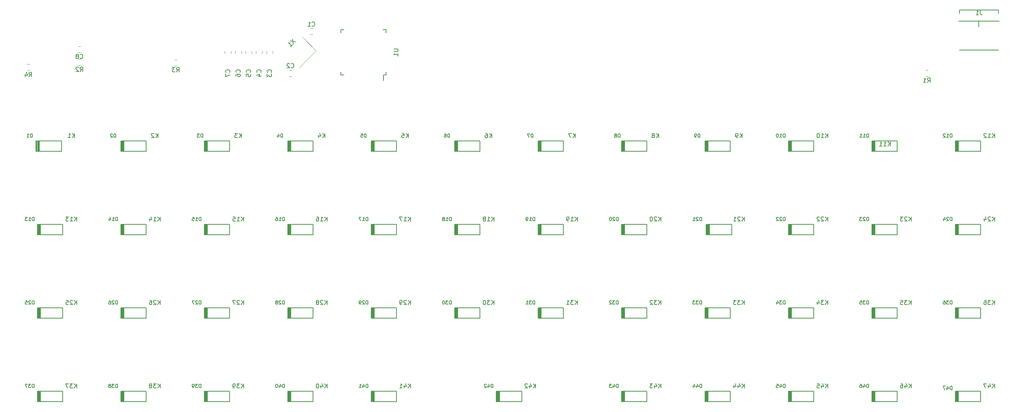
<source format=gbr>
G04 #@! TF.GenerationSoftware,KiCad,Pcbnew,(5.1.0)-1*
G04 #@! TF.CreationDate,2020-08-27T01:02:26-04:00*
G04 #@! TF.ProjectId,keyboard,6b657962-6f61-4726-942e-6b696361645f,rev?*
G04 #@! TF.SameCoordinates,Original*
G04 #@! TF.FileFunction,Legend,Bot*
G04 #@! TF.FilePolarity,Positive*
%FSLAX46Y46*%
G04 Gerber Fmt 4.6, Leading zero omitted, Abs format (unit mm)*
G04 Created by KiCad (PCBNEW (5.1.0)-1) date 2020-08-27 01:02:26*
%MOMM*%
%LPD*%
G04 APERTURE LIST*
%ADD10C,0.120000*%
%ADD11C,0.200000*%
%ADD12C,0.150000*%
G04 APERTURE END LIST*
D10*
X88364828Y-37390000D02*
X87847672Y-37390000D01*
X88364828Y-38810000D02*
X87847672Y-38810000D01*
X83602328Y-46915000D02*
X83085172Y-46915000D01*
X83602328Y-48335000D02*
X83085172Y-48335000D01*
X79291250Y-42603922D02*
X79291250Y-43121078D01*
X77871250Y-42603922D02*
X77871250Y-43121078D01*
X76910000Y-43121078D02*
X76910000Y-42603922D01*
X75490000Y-43121078D02*
X75490000Y-42603922D01*
X74528750Y-42603922D02*
X74528750Y-43121078D01*
X73108750Y-42603922D02*
X73108750Y-43121078D01*
X70727500Y-42603922D02*
X70727500Y-43121078D01*
X72147500Y-42603922D02*
X72147500Y-43121078D01*
X68346250Y-43121078D02*
X68346250Y-42603922D01*
X69766250Y-43121078D02*
X69766250Y-42603922D01*
X34907673Y-42884999D02*
X35424829Y-42884999D01*
X34907673Y-41464999D02*
X35424829Y-41464999D01*
D11*
X31056250Y-63093750D02*
X25256250Y-63093750D01*
X31056250Y-65493750D02*
X31056250Y-63093750D01*
X25256250Y-65493750D02*
X31056250Y-65493750D01*
X25331250Y-65493750D02*
X25331250Y-63093750D01*
X25456250Y-65493750D02*
X25456250Y-63093750D01*
X25231250Y-63093750D02*
X25231250Y-65493750D01*
X25631250Y-65493750D02*
X25631250Y-63093750D01*
X25806250Y-65493750D02*
X25806250Y-63093750D01*
X25981250Y-65493750D02*
X25981250Y-63093750D01*
X45350000Y-65493750D02*
X45350000Y-63093750D01*
X45175000Y-65493750D02*
X45175000Y-63093750D01*
X45000000Y-65493750D02*
X45000000Y-63093750D01*
X44600000Y-63093750D02*
X44600000Y-65493750D01*
X44825000Y-65493750D02*
X44825000Y-63093750D01*
X44700000Y-65493750D02*
X44700000Y-63093750D01*
X44625000Y-65493750D02*
X50425000Y-65493750D01*
X50425000Y-65493750D02*
X50425000Y-63093750D01*
X50425000Y-63093750D02*
X44625000Y-63093750D01*
X69475000Y-63093750D02*
X63675000Y-63093750D01*
X69475000Y-65493750D02*
X69475000Y-63093750D01*
X63675000Y-65493750D02*
X69475000Y-65493750D01*
X63750000Y-65493750D02*
X63750000Y-63093750D01*
X63875000Y-65493750D02*
X63875000Y-63093750D01*
X63650000Y-63093750D02*
X63650000Y-65493750D01*
X64050000Y-65493750D02*
X64050000Y-63093750D01*
X64225000Y-65493750D02*
X64225000Y-63093750D01*
X64400000Y-65493750D02*
X64400000Y-63093750D01*
X83450000Y-65493750D02*
X83450000Y-63093750D01*
X83275000Y-65493750D02*
X83275000Y-63093750D01*
X83100000Y-65493750D02*
X83100000Y-63093750D01*
X82700000Y-63093750D02*
X82700000Y-65493750D01*
X82925000Y-65493750D02*
X82925000Y-63093750D01*
X82800000Y-65493750D02*
X82800000Y-63093750D01*
X82725000Y-65493750D02*
X88525000Y-65493750D01*
X88525000Y-65493750D02*
X88525000Y-63093750D01*
X88525000Y-63093750D02*
X82725000Y-63093750D01*
X102500000Y-65493750D02*
X102500000Y-63093750D01*
X102325000Y-65493750D02*
X102325000Y-63093750D01*
X102150000Y-65493750D02*
X102150000Y-63093750D01*
X101750000Y-63093750D02*
X101750000Y-65493750D01*
X101975000Y-65493750D02*
X101975000Y-63093750D01*
X101850000Y-65493750D02*
X101850000Y-63093750D01*
X101775000Y-65493750D02*
X107575000Y-65493750D01*
X107575000Y-65493750D02*
X107575000Y-63093750D01*
X107575000Y-63093750D02*
X101775000Y-63093750D01*
X126625000Y-63093750D02*
X120825000Y-63093750D01*
X126625000Y-65493750D02*
X126625000Y-63093750D01*
X120825000Y-65493750D02*
X126625000Y-65493750D01*
X120900000Y-65493750D02*
X120900000Y-63093750D01*
X121025000Y-65493750D02*
X121025000Y-63093750D01*
X120800000Y-63093750D02*
X120800000Y-65493750D01*
X121200000Y-65493750D02*
X121200000Y-63093750D01*
X121375000Y-65493750D02*
X121375000Y-63093750D01*
X121550000Y-65493750D02*
X121550000Y-63093750D01*
X140600000Y-65493750D02*
X140600000Y-63093750D01*
X140425000Y-65493750D02*
X140425000Y-63093750D01*
X140250000Y-65493750D02*
X140250000Y-63093750D01*
X139850000Y-63093750D02*
X139850000Y-65493750D01*
X140075000Y-65493750D02*
X140075000Y-63093750D01*
X139950000Y-65493750D02*
X139950000Y-63093750D01*
X139875000Y-65493750D02*
X145675000Y-65493750D01*
X145675000Y-65493750D02*
X145675000Y-63093750D01*
X145675000Y-63093750D02*
X139875000Y-63093750D01*
X164725000Y-63093750D02*
X158925000Y-63093750D01*
X164725000Y-65493750D02*
X164725000Y-63093750D01*
X158925000Y-65493750D02*
X164725000Y-65493750D01*
X159000000Y-65493750D02*
X159000000Y-63093750D01*
X159125000Y-65493750D02*
X159125000Y-63093750D01*
X158900000Y-63093750D02*
X158900000Y-65493750D01*
X159300000Y-65493750D02*
X159300000Y-63093750D01*
X159475000Y-65493750D02*
X159475000Y-63093750D01*
X159650000Y-65493750D02*
X159650000Y-63093750D01*
X178700000Y-65493750D02*
X178700000Y-63093750D01*
X178525000Y-65493750D02*
X178525000Y-63093750D01*
X178350000Y-65493750D02*
X178350000Y-63093750D01*
X177950000Y-63093750D02*
X177950000Y-65493750D01*
X178175000Y-65493750D02*
X178175000Y-63093750D01*
X178050000Y-65493750D02*
X178050000Y-63093750D01*
X177975000Y-65493750D02*
X183775000Y-65493750D01*
X183775000Y-65493750D02*
X183775000Y-63093750D01*
X183775000Y-63093750D02*
X177975000Y-63093750D01*
X197750000Y-65493750D02*
X197750000Y-63093750D01*
X197575000Y-65493750D02*
X197575000Y-63093750D01*
X197400000Y-65493750D02*
X197400000Y-63093750D01*
X197000000Y-63093750D02*
X197000000Y-65493750D01*
X197225000Y-65493750D02*
X197225000Y-63093750D01*
X197100000Y-65493750D02*
X197100000Y-63093750D01*
X197025000Y-65493750D02*
X202825000Y-65493750D01*
X202825000Y-65493750D02*
X202825000Y-63093750D01*
X202825000Y-63093750D02*
X197025000Y-63093750D01*
X221875000Y-63093750D02*
X216075000Y-63093750D01*
X221875000Y-65493750D02*
X221875000Y-63093750D01*
X216075000Y-65493750D02*
X221875000Y-65493750D01*
X216150000Y-65493750D02*
X216150000Y-63093750D01*
X216275000Y-65493750D02*
X216275000Y-63093750D01*
X216050000Y-63093750D02*
X216050000Y-65493750D01*
X216450000Y-65493750D02*
X216450000Y-63093750D01*
X216625000Y-65493750D02*
X216625000Y-63093750D01*
X216800000Y-65493750D02*
X216800000Y-63093750D01*
X240925000Y-63093750D02*
X235125000Y-63093750D01*
X240925000Y-65493750D02*
X240925000Y-63093750D01*
X235125000Y-65493750D02*
X240925000Y-65493750D01*
X235200000Y-65493750D02*
X235200000Y-63093750D01*
X235325000Y-65493750D02*
X235325000Y-63093750D01*
X235100000Y-63093750D02*
X235100000Y-65493750D01*
X235500000Y-65493750D02*
X235500000Y-63093750D01*
X235675000Y-65493750D02*
X235675000Y-63093750D01*
X235850000Y-65493750D02*
X235850000Y-63093750D01*
X31375000Y-82143750D02*
X25575000Y-82143750D01*
X31375000Y-84543750D02*
X31375000Y-82143750D01*
X25575000Y-84543750D02*
X31375000Y-84543750D01*
X25650000Y-84543750D02*
X25650000Y-82143750D01*
X25775000Y-84543750D02*
X25775000Y-82143750D01*
X25550000Y-82143750D02*
X25550000Y-84543750D01*
X25950000Y-84543750D02*
X25950000Y-82143750D01*
X26125000Y-84543750D02*
X26125000Y-82143750D01*
X26300000Y-84543750D02*
X26300000Y-82143750D01*
X45350000Y-84543750D02*
X45350000Y-82143750D01*
X45175000Y-84543750D02*
X45175000Y-82143750D01*
X45000000Y-84543750D02*
X45000000Y-82143750D01*
X44600000Y-82143750D02*
X44600000Y-84543750D01*
X44825000Y-84543750D02*
X44825000Y-82143750D01*
X44700000Y-84543750D02*
X44700000Y-82143750D01*
X44625000Y-84543750D02*
X50425000Y-84543750D01*
X50425000Y-84543750D02*
X50425000Y-82143750D01*
X50425000Y-82143750D02*
X44625000Y-82143750D01*
X64400000Y-84543750D02*
X64400000Y-82143750D01*
X64225000Y-84543750D02*
X64225000Y-82143750D01*
X64050000Y-84543750D02*
X64050000Y-82143750D01*
X63650000Y-82143750D02*
X63650000Y-84543750D01*
X63875000Y-84543750D02*
X63875000Y-82143750D01*
X63750000Y-84543750D02*
X63750000Y-82143750D01*
X63675000Y-84543750D02*
X69475000Y-84543750D01*
X69475000Y-84543750D02*
X69475000Y-82143750D01*
X69475000Y-82143750D02*
X63675000Y-82143750D01*
X83450000Y-84543750D02*
X83450000Y-82143750D01*
X83275000Y-84543750D02*
X83275000Y-82143750D01*
X83100000Y-84543750D02*
X83100000Y-82143750D01*
X82700000Y-82143750D02*
X82700000Y-84543750D01*
X82925000Y-84543750D02*
X82925000Y-82143750D01*
X82800000Y-84543750D02*
X82800000Y-82143750D01*
X82725000Y-84543750D02*
X88525000Y-84543750D01*
X88525000Y-84543750D02*
X88525000Y-82143750D01*
X88525000Y-82143750D02*
X82725000Y-82143750D01*
X107575000Y-82143750D02*
X101775000Y-82143750D01*
X107575000Y-84543750D02*
X107575000Y-82143750D01*
X101775000Y-84543750D02*
X107575000Y-84543750D01*
X101850000Y-84543750D02*
X101850000Y-82143750D01*
X101975000Y-84543750D02*
X101975000Y-82143750D01*
X101750000Y-82143750D02*
X101750000Y-84543750D01*
X102150000Y-84543750D02*
X102150000Y-82143750D01*
X102325000Y-84543750D02*
X102325000Y-82143750D01*
X102500000Y-84543750D02*
X102500000Y-82143750D01*
X121550000Y-84543750D02*
X121550000Y-82143750D01*
X121375000Y-84543750D02*
X121375000Y-82143750D01*
X121200000Y-84543750D02*
X121200000Y-82143750D01*
X120800000Y-82143750D02*
X120800000Y-84543750D01*
X121025000Y-84543750D02*
X121025000Y-82143750D01*
X120900000Y-84543750D02*
X120900000Y-82143750D01*
X120825000Y-84543750D02*
X126625000Y-84543750D01*
X126625000Y-84543750D02*
X126625000Y-82143750D01*
X126625000Y-82143750D02*
X120825000Y-82143750D01*
X145675000Y-82143750D02*
X139875000Y-82143750D01*
X145675000Y-84543750D02*
X145675000Y-82143750D01*
X139875000Y-84543750D02*
X145675000Y-84543750D01*
X139950000Y-84543750D02*
X139950000Y-82143750D01*
X140075000Y-84543750D02*
X140075000Y-82143750D01*
X139850000Y-82143750D02*
X139850000Y-84543750D01*
X140250000Y-84543750D02*
X140250000Y-82143750D01*
X140425000Y-84543750D02*
X140425000Y-82143750D01*
X140600000Y-84543750D02*
X140600000Y-82143750D01*
X164725000Y-82143750D02*
X158925000Y-82143750D01*
X164725000Y-84543750D02*
X164725000Y-82143750D01*
X158925000Y-84543750D02*
X164725000Y-84543750D01*
X159000000Y-84543750D02*
X159000000Y-82143750D01*
X159125000Y-84543750D02*
X159125000Y-82143750D01*
X158900000Y-82143750D02*
X158900000Y-84543750D01*
X159300000Y-84543750D02*
X159300000Y-82143750D01*
X159475000Y-84543750D02*
X159475000Y-82143750D01*
X159650000Y-84543750D02*
X159650000Y-82143750D01*
X184093750Y-82143750D02*
X178293750Y-82143750D01*
X184093750Y-84543750D02*
X184093750Y-82143750D01*
X178293750Y-84543750D02*
X184093750Y-84543750D01*
X178368750Y-84543750D02*
X178368750Y-82143750D01*
X178493750Y-84543750D02*
X178493750Y-82143750D01*
X178268750Y-82143750D02*
X178268750Y-84543750D01*
X178668750Y-84543750D02*
X178668750Y-82143750D01*
X178843750Y-84543750D02*
X178843750Y-82143750D01*
X179018750Y-84543750D02*
X179018750Y-82143750D01*
X197750000Y-84543750D02*
X197750000Y-82143750D01*
X197575000Y-84543750D02*
X197575000Y-82143750D01*
X197400000Y-84543750D02*
X197400000Y-82143750D01*
X197000000Y-82143750D02*
X197000000Y-84543750D01*
X197225000Y-84543750D02*
X197225000Y-82143750D01*
X197100000Y-84543750D02*
X197100000Y-82143750D01*
X197025000Y-84543750D02*
X202825000Y-84543750D01*
X202825000Y-84543750D02*
X202825000Y-82143750D01*
X202825000Y-82143750D02*
X197025000Y-82143750D01*
X221875000Y-82143750D02*
X216075000Y-82143750D01*
X221875000Y-84543750D02*
X221875000Y-82143750D01*
X216075000Y-84543750D02*
X221875000Y-84543750D01*
X216150000Y-84543750D02*
X216150000Y-82143750D01*
X216275000Y-84543750D02*
X216275000Y-82143750D01*
X216050000Y-82143750D02*
X216050000Y-84543750D01*
X216450000Y-84543750D02*
X216450000Y-82143750D01*
X216625000Y-84543750D02*
X216625000Y-82143750D01*
X216800000Y-84543750D02*
X216800000Y-82143750D01*
X240925000Y-82143750D02*
X235125000Y-82143750D01*
X240925000Y-84543750D02*
X240925000Y-82143750D01*
X235125000Y-84543750D02*
X240925000Y-84543750D01*
X235200000Y-84543750D02*
X235200000Y-82143750D01*
X235325000Y-84543750D02*
X235325000Y-82143750D01*
X235100000Y-82143750D02*
X235100000Y-84543750D01*
X235500000Y-84543750D02*
X235500000Y-82143750D01*
X235675000Y-84543750D02*
X235675000Y-82143750D01*
X235850000Y-84543750D02*
X235850000Y-82143750D01*
X26300000Y-103593750D02*
X26300000Y-101193750D01*
X26125000Y-103593750D02*
X26125000Y-101193750D01*
X25950000Y-103593750D02*
X25950000Y-101193750D01*
X25550000Y-101193750D02*
X25550000Y-103593750D01*
X25775000Y-103593750D02*
X25775000Y-101193750D01*
X25650000Y-103593750D02*
X25650000Y-101193750D01*
X25575000Y-103593750D02*
X31375000Y-103593750D01*
X31375000Y-103593750D02*
X31375000Y-101193750D01*
X31375000Y-101193750D02*
X25575000Y-101193750D01*
X50425000Y-101193750D02*
X44625000Y-101193750D01*
X50425000Y-103593750D02*
X50425000Y-101193750D01*
X44625000Y-103593750D02*
X50425000Y-103593750D01*
X44700000Y-103593750D02*
X44700000Y-101193750D01*
X44825000Y-103593750D02*
X44825000Y-101193750D01*
X44600000Y-101193750D02*
X44600000Y-103593750D01*
X45000000Y-103593750D02*
X45000000Y-101193750D01*
X45175000Y-103593750D02*
X45175000Y-101193750D01*
X45350000Y-103593750D02*
X45350000Y-101193750D01*
X64400000Y-103593750D02*
X64400000Y-101193750D01*
X64225000Y-103593750D02*
X64225000Y-101193750D01*
X64050000Y-103593750D02*
X64050000Y-101193750D01*
X63650000Y-101193750D02*
X63650000Y-103593750D01*
X63875000Y-103593750D02*
X63875000Y-101193750D01*
X63750000Y-103593750D02*
X63750000Y-101193750D01*
X63675000Y-103593750D02*
X69475000Y-103593750D01*
X69475000Y-103593750D02*
X69475000Y-101193750D01*
X69475000Y-101193750D02*
X63675000Y-101193750D01*
X83450000Y-103593750D02*
X83450000Y-101193750D01*
X83275000Y-103593750D02*
X83275000Y-101193750D01*
X83100000Y-103593750D02*
X83100000Y-101193750D01*
X82700000Y-101193750D02*
X82700000Y-103593750D01*
X82925000Y-103593750D02*
X82925000Y-101193750D01*
X82800000Y-103593750D02*
X82800000Y-101193750D01*
X82725000Y-103593750D02*
X88525000Y-103593750D01*
X88525000Y-103593750D02*
X88525000Y-101193750D01*
X88525000Y-101193750D02*
X82725000Y-101193750D01*
X102500000Y-103593750D02*
X102500000Y-101193750D01*
X102325000Y-103593750D02*
X102325000Y-101193750D01*
X102150000Y-103593750D02*
X102150000Y-101193750D01*
X101750000Y-101193750D02*
X101750000Y-103593750D01*
X101975000Y-103593750D02*
X101975000Y-101193750D01*
X101850000Y-103593750D02*
X101850000Y-101193750D01*
X101775000Y-103593750D02*
X107575000Y-103593750D01*
X107575000Y-103593750D02*
X107575000Y-101193750D01*
X107575000Y-101193750D02*
X101775000Y-101193750D01*
X121550000Y-103593750D02*
X121550000Y-101193750D01*
X121375000Y-103593750D02*
X121375000Y-101193750D01*
X121200000Y-103593750D02*
X121200000Y-101193750D01*
X120800000Y-101193750D02*
X120800000Y-103593750D01*
X121025000Y-103593750D02*
X121025000Y-101193750D01*
X120900000Y-103593750D02*
X120900000Y-101193750D01*
X120825000Y-103593750D02*
X126625000Y-103593750D01*
X126625000Y-103593750D02*
X126625000Y-101193750D01*
X126625000Y-101193750D02*
X120825000Y-101193750D01*
X140600000Y-103593750D02*
X140600000Y-101193750D01*
X140425000Y-103593750D02*
X140425000Y-101193750D01*
X140250000Y-103593750D02*
X140250000Y-101193750D01*
X139850000Y-101193750D02*
X139850000Y-103593750D01*
X140075000Y-103593750D02*
X140075000Y-101193750D01*
X139950000Y-103593750D02*
X139950000Y-101193750D01*
X139875000Y-103593750D02*
X145675000Y-103593750D01*
X145675000Y-103593750D02*
X145675000Y-101193750D01*
X145675000Y-101193750D02*
X139875000Y-101193750D01*
X159650000Y-103593750D02*
X159650000Y-101193750D01*
X159475000Y-103593750D02*
X159475000Y-101193750D01*
X159300000Y-103593750D02*
X159300000Y-101193750D01*
X158900000Y-101193750D02*
X158900000Y-103593750D01*
X159125000Y-103593750D02*
X159125000Y-101193750D01*
X159000000Y-103593750D02*
X159000000Y-101193750D01*
X158925000Y-103593750D02*
X164725000Y-103593750D01*
X164725000Y-103593750D02*
X164725000Y-101193750D01*
X164725000Y-101193750D02*
X158925000Y-101193750D01*
X183775000Y-101193750D02*
X177975000Y-101193750D01*
X183775000Y-103593750D02*
X183775000Y-101193750D01*
X177975000Y-103593750D02*
X183775000Y-103593750D01*
X178050000Y-103593750D02*
X178050000Y-101193750D01*
X178175000Y-103593750D02*
X178175000Y-101193750D01*
X177950000Y-101193750D02*
X177950000Y-103593750D01*
X178350000Y-103593750D02*
X178350000Y-101193750D01*
X178525000Y-103593750D02*
X178525000Y-101193750D01*
X178700000Y-103593750D02*
X178700000Y-101193750D01*
X197750000Y-103593750D02*
X197750000Y-101193750D01*
X197575000Y-103593750D02*
X197575000Y-101193750D01*
X197400000Y-103593750D02*
X197400000Y-101193750D01*
X197000000Y-101193750D02*
X197000000Y-103593750D01*
X197225000Y-103593750D02*
X197225000Y-101193750D01*
X197100000Y-103593750D02*
X197100000Y-101193750D01*
X197025000Y-103593750D02*
X202825000Y-103593750D01*
X202825000Y-103593750D02*
X202825000Y-101193750D01*
X202825000Y-101193750D02*
X197025000Y-101193750D01*
X221875000Y-101193750D02*
X216075000Y-101193750D01*
X221875000Y-103593750D02*
X221875000Y-101193750D01*
X216075000Y-103593750D02*
X221875000Y-103593750D01*
X216150000Y-103593750D02*
X216150000Y-101193750D01*
X216275000Y-103593750D02*
X216275000Y-101193750D01*
X216050000Y-101193750D02*
X216050000Y-103593750D01*
X216450000Y-103593750D02*
X216450000Y-101193750D01*
X216625000Y-103593750D02*
X216625000Y-101193750D01*
X216800000Y-103593750D02*
X216800000Y-101193750D01*
X240925000Y-101193750D02*
X235125000Y-101193750D01*
X240925000Y-103593750D02*
X240925000Y-101193750D01*
X235125000Y-103593750D02*
X240925000Y-103593750D01*
X235200000Y-103593750D02*
X235200000Y-101193750D01*
X235325000Y-103593750D02*
X235325000Y-101193750D01*
X235100000Y-101193750D02*
X235100000Y-103593750D01*
X235500000Y-103593750D02*
X235500000Y-101193750D01*
X235675000Y-103593750D02*
X235675000Y-101193750D01*
X235850000Y-103593750D02*
X235850000Y-101193750D01*
X31375000Y-120243750D02*
X25575000Y-120243750D01*
X31375000Y-122643750D02*
X31375000Y-120243750D01*
X25575000Y-122643750D02*
X31375000Y-122643750D01*
X25650000Y-122643750D02*
X25650000Y-120243750D01*
X25775000Y-122643750D02*
X25775000Y-120243750D01*
X25550000Y-120243750D02*
X25550000Y-122643750D01*
X25950000Y-122643750D02*
X25950000Y-120243750D01*
X26125000Y-122643750D02*
X26125000Y-120243750D01*
X26300000Y-122643750D02*
X26300000Y-120243750D01*
X45350000Y-122643750D02*
X45350000Y-120243750D01*
X45175000Y-122643750D02*
X45175000Y-120243750D01*
X45000000Y-122643750D02*
X45000000Y-120243750D01*
X44600000Y-120243750D02*
X44600000Y-122643750D01*
X44825000Y-122643750D02*
X44825000Y-120243750D01*
X44700000Y-122643750D02*
X44700000Y-120243750D01*
X44625000Y-122643750D02*
X50425000Y-122643750D01*
X50425000Y-122643750D02*
X50425000Y-120243750D01*
X50425000Y-120243750D02*
X44625000Y-120243750D01*
X64400000Y-122643750D02*
X64400000Y-120243750D01*
X64225000Y-122643750D02*
X64225000Y-120243750D01*
X64050000Y-122643750D02*
X64050000Y-120243750D01*
X63650000Y-120243750D02*
X63650000Y-122643750D01*
X63875000Y-122643750D02*
X63875000Y-120243750D01*
X63750000Y-122643750D02*
X63750000Y-120243750D01*
X63675000Y-122643750D02*
X69475000Y-122643750D01*
X69475000Y-122643750D02*
X69475000Y-120243750D01*
X69475000Y-120243750D02*
X63675000Y-120243750D01*
X83450000Y-122643750D02*
X83450000Y-120243750D01*
X83275000Y-122643750D02*
X83275000Y-120243750D01*
X83100000Y-122643750D02*
X83100000Y-120243750D01*
X82700000Y-120243750D02*
X82700000Y-122643750D01*
X82925000Y-122643750D02*
X82925000Y-120243750D01*
X82800000Y-122643750D02*
X82800000Y-120243750D01*
X82725000Y-122643750D02*
X88525000Y-122643750D01*
X88525000Y-122643750D02*
X88525000Y-120243750D01*
X88525000Y-120243750D02*
X82725000Y-120243750D01*
X107575000Y-120243750D02*
X101775000Y-120243750D01*
X107575000Y-122643750D02*
X107575000Y-120243750D01*
X101775000Y-122643750D02*
X107575000Y-122643750D01*
X101850000Y-122643750D02*
X101850000Y-120243750D01*
X101975000Y-122643750D02*
X101975000Y-120243750D01*
X101750000Y-120243750D02*
X101750000Y-122643750D01*
X102150000Y-122643750D02*
X102150000Y-120243750D01*
X102325000Y-122643750D02*
X102325000Y-120243750D01*
X102500000Y-122643750D02*
X102500000Y-120243750D01*
X131075000Y-122643750D02*
X131075000Y-120243750D01*
X130900000Y-122643750D02*
X130900000Y-120243750D01*
X130725000Y-122643750D02*
X130725000Y-120243750D01*
X130325000Y-120243750D02*
X130325000Y-122643750D01*
X130550000Y-122643750D02*
X130550000Y-120243750D01*
X130425000Y-122643750D02*
X130425000Y-120243750D01*
X130350000Y-122643750D02*
X136150000Y-122643750D01*
X136150000Y-122643750D02*
X136150000Y-120243750D01*
X136150000Y-120243750D02*
X130350000Y-120243750D01*
X164725000Y-120243750D02*
X158925000Y-120243750D01*
X164725000Y-122643750D02*
X164725000Y-120243750D01*
X158925000Y-122643750D02*
X164725000Y-122643750D01*
X159000000Y-122643750D02*
X159000000Y-120243750D01*
X159125000Y-122643750D02*
X159125000Y-120243750D01*
X158900000Y-120243750D02*
X158900000Y-122643750D01*
X159300000Y-122643750D02*
X159300000Y-120243750D01*
X159475000Y-122643750D02*
X159475000Y-120243750D01*
X159650000Y-122643750D02*
X159650000Y-120243750D01*
X183775000Y-120243750D02*
X177975000Y-120243750D01*
X183775000Y-122643750D02*
X183775000Y-120243750D01*
X177975000Y-122643750D02*
X183775000Y-122643750D01*
X178050000Y-122643750D02*
X178050000Y-120243750D01*
X178175000Y-122643750D02*
X178175000Y-120243750D01*
X177950000Y-120243750D02*
X177950000Y-122643750D01*
X178350000Y-122643750D02*
X178350000Y-120243750D01*
X178525000Y-122643750D02*
X178525000Y-120243750D01*
X178700000Y-122643750D02*
X178700000Y-120243750D01*
X202825000Y-120243750D02*
X197025000Y-120243750D01*
X202825000Y-122643750D02*
X202825000Y-120243750D01*
X197025000Y-122643750D02*
X202825000Y-122643750D01*
X197100000Y-122643750D02*
X197100000Y-120243750D01*
X197225000Y-122643750D02*
X197225000Y-120243750D01*
X197000000Y-120243750D02*
X197000000Y-122643750D01*
X197400000Y-122643750D02*
X197400000Y-120243750D01*
X197575000Y-122643750D02*
X197575000Y-120243750D01*
X197750000Y-122643750D02*
X197750000Y-120243750D01*
X221875000Y-120243750D02*
X216075000Y-120243750D01*
X221875000Y-122643750D02*
X221875000Y-120243750D01*
X216075000Y-122643750D02*
X221875000Y-122643750D01*
X216150000Y-122643750D02*
X216150000Y-120243750D01*
X216275000Y-122643750D02*
X216275000Y-120243750D01*
X216050000Y-120243750D02*
X216050000Y-122643750D01*
X216450000Y-122643750D02*
X216450000Y-120243750D01*
X216625000Y-122643750D02*
X216625000Y-120243750D01*
X216800000Y-122643750D02*
X216800000Y-120243750D01*
X235850000Y-122643750D02*
X235850000Y-120243750D01*
X235675000Y-122643750D02*
X235675000Y-120243750D01*
X235500000Y-122643750D02*
X235500000Y-120243750D01*
X235100000Y-120243750D02*
X235100000Y-122643750D01*
X235325000Y-122643750D02*
X235325000Y-120243750D01*
X235200000Y-122643750D02*
X235200000Y-120243750D01*
X235125000Y-122643750D02*
X240925000Y-122643750D01*
X240925000Y-122643750D02*
X240925000Y-120243750D01*
X240925000Y-120243750D02*
X235125000Y-120243750D01*
D12*
X240506250Y-35718750D02*
X240506250Y-36988750D01*
X236031250Y-33208750D02*
X236026250Y-33968750D01*
X236031250Y-33208750D02*
X244981250Y-33208750D01*
X244986250Y-33968750D02*
X244981250Y-33208750D01*
X236031250Y-42378750D02*
X244981250Y-42378750D01*
X235881250Y-35718750D02*
X245131250Y-35718750D01*
D10*
X228341422Y-48335000D02*
X228858578Y-48335000D01*
X228341422Y-46915000D02*
X228858578Y-46915000D01*
X34907673Y-45834999D02*
X35424829Y-45834999D01*
X34907673Y-44414999D02*
X35424829Y-44414999D01*
X56891422Y-44533750D02*
X57408578Y-44533750D01*
X56891422Y-45953750D02*
X57408578Y-45953750D01*
X23247673Y-45602499D02*
X23764829Y-45602499D01*
X23247673Y-47022499D02*
X23764829Y-47022499D01*
D12*
X105187500Y-48037500D02*
X104612500Y-48037500D01*
X105187500Y-37687500D02*
X104512500Y-37687500D01*
X94837500Y-37687500D02*
X95512500Y-37687500D01*
X94837500Y-48037500D02*
X95512500Y-48037500D01*
X105187500Y-48037500D02*
X105187500Y-47362500D01*
X94837500Y-48037500D02*
X94837500Y-47362500D01*
X94837500Y-37687500D02*
X94837500Y-38362500D01*
X105187500Y-37687500D02*
X105187500Y-38362500D01*
X104612500Y-48037500D02*
X104612500Y-49312500D01*
D10*
X86078553Y-39397677D02*
X89189823Y-42508947D01*
X89189823Y-42508947D02*
X85371447Y-46327323D01*
D12*
X88272916Y-36807142D02*
X88320535Y-36854761D01*
X88463392Y-36902380D01*
X88558630Y-36902380D01*
X88701488Y-36854761D01*
X88796726Y-36759523D01*
X88844345Y-36664285D01*
X88891964Y-36473809D01*
X88891964Y-36330952D01*
X88844345Y-36140476D01*
X88796726Y-36045238D01*
X88701488Y-35950000D01*
X88558630Y-35902380D01*
X88463392Y-35902380D01*
X88320535Y-35950000D01*
X88272916Y-35997619D01*
X87320535Y-36902380D02*
X87891964Y-36902380D01*
X87606250Y-36902380D02*
X87606250Y-35902380D01*
X87701488Y-36045238D01*
X87796726Y-36140476D01*
X87891964Y-36188095D01*
X83510416Y-46332142D02*
X83558035Y-46379761D01*
X83700892Y-46427380D01*
X83796130Y-46427380D01*
X83938988Y-46379761D01*
X84034226Y-46284523D01*
X84081845Y-46189285D01*
X84129464Y-45998809D01*
X84129464Y-45855952D01*
X84081845Y-45665476D01*
X84034226Y-45570238D01*
X83938988Y-45475000D01*
X83796130Y-45427380D01*
X83700892Y-45427380D01*
X83558035Y-45475000D01*
X83510416Y-45522619D01*
X83129464Y-45522619D02*
X83081845Y-45475000D01*
X82986607Y-45427380D01*
X82748511Y-45427380D01*
X82653273Y-45475000D01*
X82605654Y-45522619D01*
X82558035Y-45617857D01*
X82558035Y-45713095D01*
X82605654Y-45855952D01*
X83177083Y-46427380D01*
X82558035Y-46427380D01*
X78938392Y-47458333D02*
X78986011Y-47410714D01*
X79033630Y-47267857D01*
X79033630Y-47172619D01*
X78986011Y-47029761D01*
X78890773Y-46934523D01*
X78795535Y-46886904D01*
X78605059Y-46839285D01*
X78462202Y-46839285D01*
X78271726Y-46886904D01*
X78176488Y-46934523D01*
X78081250Y-47029761D01*
X78033630Y-47172619D01*
X78033630Y-47267857D01*
X78081250Y-47410714D01*
X78128869Y-47458333D01*
X78033630Y-47791666D02*
X78033630Y-48410714D01*
X78414583Y-48077380D01*
X78414583Y-48220238D01*
X78462202Y-48315476D01*
X78509821Y-48363095D01*
X78605059Y-48410714D01*
X78843154Y-48410714D01*
X78938392Y-48363095D01*
X78986011Y-48315476D01*
X79033630Y-48220238D01*
X79033630Y-47934523D01*
X78986011Y-47839285D01*
X78938392Y-47791666D01*
X76557142Y-47458333D02*
X76604761Y-47410714D01*
X76652380Y-47267857D01*
X76652380Y-47172619D01*
X76604761Y-47029761D01*
X76509523Y-46934523D01*
X76414285Y-46886904D01*
X76223809Y-46839285D01*
X76080952Y-46839285D01*
X75890476Y-46886904D01*
X75795238Y-46934523D01*
X75700000Y-47029761D01*
X75652380Y-47172619D01*
X75652380Y-47267857D01*
X75700000Y-47410714D01*
X75747619Y-47458333D01*
X75985714Y-48315476D02*
X76652380Y-48315476D01*
X75604761Y-48077380D02*
X76319047Y-47839285D01*
X76319047Y-48458333D01*
X74175892Y-47458333D02*
X74223511Y-47410714D01*
X74271130Y-47267857D01*
X74271130Y-47172619D01*
X74223511Y-47029761D01*
X74128273Y-46934523D01*
X74033035Y-46886904D01*
X73842559Y-46839285D01*
X73699702Y-46839285D01*
X73509226Y-46886904D01*
X73413988Y-46934523D01*
X73318750Y-47029761D01*
X73271130Y-47172619D01*
X73271130Y-47267857D01*
X73318750Y-47410714D01*
X73366369Y-47458333D01*
X73271130Y-48363095D02*
X73271130Y-47886904D01*
X73747321Y-47839285D01*
X73699702Y-47886904D01*
X73652083Y-47982142D01*
X73652083Y-48220238D01*
X73699702Y-48315476D01*
X73747321Y-48363095D01*
X73842559Y-48410714D01*
X74080654Y-48410714D01*
X74175892Y-48363095D01*
X74223511Y-48315476D01*
X74271130Y-48220238D01*
X74271130Y-47982142D01*
X74223511Y-47886904D01*
X74175892Y-47839285D01*
X71794642Y-47458333D02*
X71842261Y-47410714D01*
X71889880Y-47267857D01*
X71889880Y-47172619D01*
X71842261Y-47029761D01*
X71747023Y-46934523D01*
X71651785Y-46886904D01*
X71461309Y-46839285D01*
X71318452Y-46839285D01*
X71127976Y-46886904D01*
X71032738Y-46934523D01*
X70937500Y-47029761D01*
X70889880Y-47172619D01*
X70889880Y-47267857D01*
X70937500Y-47410714D01*
X70985119Y-47458333D01*
X70889880Y-48315476D02*
X70889880Y-48125000D01*
X70937500Y-48029761D01*
X70985119Y-47982142D01*
X71127976Y-47886904D01*
X71318452Y-47839285D01*
X71699404Y-47839285D01*
X71794642Y-47886904D01*
X71842261Y-47934523D01*
X71889880Y-48029761D01*
X71889880Y-48220238D01*
X71842261Y-48315476D01*
X71794642Y-48363095D01*
X71699404Y-48410714D01*
X71461309Y-48410714D01*
X71366071Y-48363095D01*
X71318452Y-48315476D01*
X71270833Y-48220238D01*
X71270833Y-48029761D01*
X71318452Y-47934523D01*
X71366071Y-47886904D01*
X71461309Y-47839285D01*
X69413392Y-47458333D02*
X69461011Y-47410714D01*
X69508630Y-47267857D01*
X69508630Y-47172619D01*
X69461011Y-47029761D01*
X69365773Y-46934523D01*
X69270535Y-46886904D01*
X69080059Y-46839285D01*
X68937202Y-46839285D01*
X68746726Y-46886904D01*
X68651488Y-46934523D01*
X68556250Y-47029761D01*
X68508630Y-47172619D01*
X68508630Y-47267857D01*
X68556250Y-47410714D01*
X68603869Y-47458333D01*
X68508630Y-47791666D02*
X68508630Y-48458333D01*
X69508630Y-48029761D01*
X35332917Y-44182141D02*
X35380536Y-44229760D01*
X35523393Y-44277379D01*
X35618631Y-44277379D01*
X35761489Y-44229760D01*
X35856727Y-44134522D01*
X35904346Y-44039284D01*
X35951965Y-43848808D01*
X35951965Y-43705951D01*
X35904346Y-43515475D01*
X35856727Y-43420237D01*
X35761489Y-43324999D01*
X35618631Y-43277379D01*
X35523393Y-43277379D01*
X35380536Y-43324999D01*
X35332917Y-43372618D01*
X34761489Y-43705951D02*
X34856727Y-43658332D01*
X34904346Y-43610713D01*
X34951965Y-43515475D01*
X34951965Y-43467856D01*
X34904346Y-43372618D01*
X34856727Y-43324999D01*
X34761489Y-43277379D01*
X34571012Y-43277379D01*
X34475774Y-43324999D01*
X34428155Y-43372618D01*
X34380536Y-43467856D01*
X34380536Y-43515475D01*
X34428155Y-43610713D01*
X34475774Y-43658332D01*
X34571012Y-43705951D01*
X34761489Y-43705951D01*
X34856727Y-43753570D01*
X34904346Y-43801189D01*
X34951965Y-43896427D01*
X34951965Y-44086903D01*
X34904346Y-44182141D01*
X34856727Y-44229760D01*
X34761489Y-44277379D01*
X34571012Y-44277379D01*
X34475774Y-44229760D01*
X34428155Y-44182141D01*
X34380536Y-44086903D01*
X34380536Y-43896427D01*
X34428155Y-43801189D01*
X34475774Y-43753570D01*
X34571012Y-43705951D01*
X24402976Y-62274404D02*
X24402976Y-61474404D01*
X24212500Y-61474404D01*
X24098214Y-61512500D01*
X24022023Y-61588690D01*
X23983928Y-61664880D01*
X23945833Y-61817261D01*
X23945833Y-61931547D01*
X23983928Y-62083928D01*
X24022023Y-62160119D01*
X24098214Y-62236309D01*
X24212500Y-62274404D01*
X24402976Y-62274404D01*
X23183928Y-62274404D02*
X23641071Y-62274404D01*
X23412500Y-62274404D02*
X23412500Y-61474404D01*
X23488690Y-61588690D01*
X23564880Y-61664880D01*
X23641071Y-61702976D01*
X43452976Y-62274404D02*
X43452976Y-61474404D01*
X43262500Y-61474404D01*
X43148214Y-61512500D01*
X43072023Y-61588690D01*
X43033928Y-61664880D01*
X42995833Y-61817261D01*
X42995833Y-61931547D01*
X43033928Y-62083928D01*
X43072023Y-62160119D01*
X43148214Y-62236309D01*
X43262500Y-62274404D01*
X43452976Y-62274404D01*
X42691071Y-61550595D02*
X42652976Y-61512500D01*
X42576785Y-61474404D01*
X42386309Y-61474404D01*
X42310119Y-61512500D01*
X42272023Y-61550595D01*
X42233928Y-61626785D01*
X42233928Y-61702976D01*
X42272023Y-61817261D01*
X42729166Y-62274404D01*
X42233928Y-62274404D01*
X63309226Y-62274404D02*
X63309226Y-61474404D01*
X63118750Y-61474404D01*
X63004464Y-61512500D01*
X62928273Y-61588690D01*
X62890178Y-61664880D01*
X62852083Y-61817261D01*
X62852083Y-61931547D01*
X62890178Y-62083928D01*
X62928273Y-62160119D01*
X63004464Y-62236309D01*
X63118750Y-62274404D01*
X63309226Y-62274404D01*
X62585416Y-61474404D02*
X62090178Y-61474404D01*
X62356845Y-61779166D01*
X62242559Y-61779166D01*
X62166369Y-61817261D01*
X62128273Y-61855357D01*
X62090178Y-61931547D01*
X62090178Y-62122023D01*
X62128273Y-62198214D01*
X62166369Y-62236309D01*
X62242559Y-62274404D01*
X62471130Y-62274404D01*
X62547321Y-62236309D01*
X62585416Y-62198214D01*
X81552976Y-62274404D02*
X81552976Y-61474404D01*
X81362500Y-61474404D01*
X81248214Y-61512500D01*
X81172023Y-61588690D01*
X81133928Y-61664880D01*
X81095833Y-61817261D01*
X81095833Y-61931547D01*
X81133928Y-62083928D01*
X81172023Y-62160119D01*
X81248214Y-62236309D01*
X81362500Y-62274404D01*
X81552976Y-62274404D01*
X80410119Y-61741071D02*
X80410119Y-62274404D01*
X80600595Y-61436309D02*
X80791071Y-62007738D01*
X80295833Y-62007738D01*
X100602976Y-62274404D02*
X100602976Y-61474404D01*
X100412500Y-61474404D01*
X100298214Y-61512500D01*
X100222023Y-61588690D01*
X100183928Y-61664880D01*
X100145833Y-61817261D01*
X100145833Y-61931547D01*
X100183928Y-62083928D01*
X100222023Y-62160119D01*
X100298214Y-62236309D01*
X100412500Y-62274404D01*
X100602976Y-62274404D01*
X99422023Y-61474404D02*
X99802976Y-61474404D01*
X99841071Y-61855357D01*
X99802976Y-61817261D01*
X99726785Y-61779166D01*
X99536309Y-61779166D01*
X99460119Y-61817261D01*
X99422023Y-61855357D01*
X99383928Y-61931547D01*
X99383928Y-62122023D01*
X99422023Y-62198214D01*
X99460119Y-62236309D01*
X99536309Y-62274404D01*
X99726785Y-62274404D01*
X99802976Y-62236309D01*
X99841071Y-62198214D01*
X119652976Y-62274404D02*
X119652976Y-61474404D01*
X119462500Y-61474404D01*
X119348214Y-61512500D01*
X119272023Y-61588690D01*
X119233928Y-61664880D01*
X119195833Y-61817261D01*
X119195833Y-61931547D01*
X119233928Y-62083928D01*
X119272023Y-62160119D01*
X119348214Y-62236309D01*
X119462500Y-62274404D01*
X119652976Y-62274404D01*
X118510119Y-61474404D02*
X118662500Y-61474404D01*
X118738690Y-61512500D01*
X118776785Y-61550595D01*
X118852976Y-61664880D01*
X118891071Y-61817261D01*
X118891071Y-62122023D01*
X118852976Y-62198214D01*
X118814880Y-62236309D01*
X118738690Y-62274404D01*
X118586309Y-62274404D01*
X118510119Y-62236309D01*
X118472023Y-62198214D01*
X118433928Y-62122023D01*
X118433928Y-61931547D01*
X118472023Y-61855357D01*
X118510119Y-61817261D01*
X118586309Y-61779166D01*
X118738690Y-61779166D01*
X118814880Y-61817261D01*
X118852976Y-61855357D01*
X118891071Y-61931547D01*
X138702976Y-62274404D02*
X138702976Y-61474404D01*
X138512500Y-61474404D01*
X138398214Y-61512500D01*
X138322023Y-61588690D01*
X138283928Y-61664880D01*
X138245833Y-61817261D01*
X138245833Y-61931547D01*
X138283928Y-62083928D01*
X138322023Y-62160119D01*
X138398214Y-62236309D01*
X138512500Y-62274404D01*
X138702976Y-62274404D01*
X137979166Y-61474404D02*
X137445833Y-61474404D01*
X137788690Y-62274404D01*
X158559226Y-62274404D02*
X158559226Y-61474404D01*
X158368750Y-61474404D01*
X158254464Y-61512500D01*
X158178273Y-61588690D01*
X158140178Y-61664880D01*
X158102083Y-61817261D01*
X158102083Y-61931547D01*
X158140178Y-62083928D01*
X158178273Y-62160119D01*
X158254464Y-62236309D01*
X158368750Y-62274404D01*
X158559226Y-62274404D01*
X157644940Y-61817261D02*
X157721130Y-61779166D01*
X157759226Y-61741071D01*
X157797321Y-61664880D01*
X157797321Y-61626785D01*
X157759226Y-61550595D01*
X157721130Y-61512500D01*
X157644940Y-61474404D01*
X157492559Y-61474404D01*
X157416369Y-61512500D01*
X157378273Y-61550595D01*
X157340178Y-61626785D01*
X157340178Y-61664880D01*
X157378273Y-61741071D01*
X157416369Y-61779166D01*
X157492559Y-61817261D01*
X157644940Y-61817261D01*
X157721130Y-61855357D01*
X157759226Y-61893452D01*
X157797321Y-61969642D01*
X157797321Y-62122023D01*
X157759226Y-62198214D01*
X157721130Y-62236309D01*
X157644940Y-62274404D01*
X157492559Y-62274404D01*
X157416369Y-62236309D01*
X157378273Y-62198214D01*
X157340178Y-62122023D01*
X157340178Y-61969642D01*
X157378273Y-61893452D01*
X157416369Y-61855357D01*
X157492559Y-61817261D01*
X176802976Y-62274404D02*
X176802976Y-61474404D01*
X176612500Y-61474404D01*
X176498214Y-61512500D01*
X176422023Y-61588690D01*
X176383928Y-61664880D01*
X176345833Y-61817261D01*
X176345833Y-61931547D01*
X176383928Y-62083928D01*
X176422023Y-62160119D01*
X176498214Y-62236309D01*
X176612500Y-62274404D01*
X176802976Y-62274404D01*
X175964880Y-62274404D02*
X175812500Y-62274404D01*
X175736309Y-62236309D01*
X175698214Y-62198214D01*
X175622023Y-62083928D01*
X175583928Y-61931547D01*
X175583928Y-61626785D01*
X175622023Y-61550595D01*
X175660119Y-61512500D01*
X175736309Y-61474404D01*
X175888690Y-61474404D01*
X175964880Y-61512500D01*
X176002976Y-61550595D01*
X176041071Y-61626785D01*
X176041071Y-61817261D01*
X176002976Y-61893452D01*
X175964880Y-61931547D01*
X175888690Y-61969642D01*
X175736309Y-61969642D01*
X175660119Y-61931547D01*
X175622023Y-61893452D01*
X175583928Y-61817261D01*
X196233928Y-62274404D02*
X196233928Y-61474404D01*
X196043452Y-61474404D01*
X195929166Y-61512500D01*
X195852976Y-61588690D01*
X195814880Y-61664880D01*
X195776785Y-61817261D01*
X195776785Y-61931547D01*
X195814880Y-62083928D01*
X195852976Y-62160119D01*
X195929166Y-62236309D01*
X196043452Y-62274404D01*
X196233928Y-62274404D01*
X195014880Y-62274404D02*
X195472023Y-62274404D01*
X195243452Y-62274404D02*
X195243452Y-61474404D01*
X195319642Y-61588690D01*
X195395833Y-61664880D01*
X195472023Y-61702976D01*
X194519642Y-61474404D02*
X194443452Y-61474404D01*
X194367261Y-61512500D01*
X194329166Y-61550595D01*
X194291071Y-61626785D01*
X194252976Y-61779166D01*
X194252976Y-61969642D01*
X194291071Y-62122023D01*
X194329166Y-62198214D01*
X194367261Y-62236309D01*
X194443452Y-62274404D01*
X194519642Y-62274404D01*
X194595833Y-62236309D01*
X194633928Y-62198214D01*
X194672023Y-62122023D01*
X194710119Y-61969642D01*
X194710119Y-61779166D01*
X194672023Y-61626785D01*
X194633928Y-61550595D01*
X194595833Y-61512500D01*
X194519642Y-61474404D01*
X215283928Y-62274404D02*
X215283928Y-61474404D01*
X215093452Y-61474404D01*
X214979166Y-61512500D01*
X214902976Y-61588690D01*
X214864880Y-61664880D01*
X214826785Y-61817261D01*
X214826785Y-61931547D01*
X214864880Y-62083928D01*
X214902976Y-62160119D01*
X214979166Y-62236309D01*
X215093452Y-62274404D01*
X215283928Y-62274404D01*
X214064880Y-62274404D02*
X214522023Y-62274404D01*
X214293452Y-62274404D02*
X214293452Y-61474404D01*
X214369642Y-61588690D01*
X214445833Y-61664880D01*
X214522023Y-61702976D01*
X213302976Y-62274404D02*
X213760119Y-62274404D01*
X213531547Y-62274404D02*
X213531547Y-61474404D01*
X213607738Y-61588690D01*
X213683928Y-61664880D01*
X213760119Y-61702976D01*
X234333928Y-62274404D02*
X234333928Y-61474404D01*
X234143452Y-61474404D01*
X234029166Y-61512500D01*
X233952976Y-61588690D01*
X233914880Y-61664880D01*
X233876785Y-61817261D01*
X233876785Y-61931547D01*
X233914880Y-62083928D01*
X233952976Y-62160119D01*
X234029166Y-62236309D01*
X234143452Y-62274404D01*
X234333928Y-62274404D01*
X233114880Y-62274404D02*
X233572023Y-62274404D01*
X233343452Y-62274404D02*
X233343452Y-61474404D01*
X233419642Y-61588690D01*
X233495833Y-61664880D01*
X233572023Y-61702976D01*
X232810119Y-61550595D02*
X232772023Y-61512500D01*
X232695833Y-61474404D01*
X232505357Y-61474404D01*
X232429166Y-61512500D01*
X232391071Y-61550595D01*
X232352976Y-61626785D01*
X232352976Y-61702976D01*
X232391071Y-61817261D01*
X232848214Y-62274404D01*
X232352976Y-62274404D01*
X24783928Y-81324404D02*
X24783928Y-80524404D01*
X24593452Y-80524404D01*
X24479166Y-80562500D01*
X24402976Y-80638690D01*
X24364880Y-80714880D01*
X24326785Y-80867261D01*
X24326785Y-80981547D01*
X24364880Y-81133928D01*
X24402976Y-81210119D01*
X24479166Y-81286309D01*
X24593452Y-81324404D01*
X24783928Y-81324404D01*
X23564880Y-81324404D02*
X24022023Y-81324404D01*
X23793452Y-81324404D02*
X23793452Y-80524404D01*
X23869642Y-80638690D01*
X23945833Y-80714880D01*
X24022023Y-80752976D01*
X23298214Y-80524404D02*
X22802976Y-80524404D01*
X23069642Y-80829166D01*
X22955357Y-80829166D01*
X22879166Y-80867261D01*
X22841071Y-80905357D01*
X22802976Y-80981547D01*
X22802976Y-81172023D01*
X22841071Y-81248214D01*
X22879166Y-81286309D01*
X22955357Y-81324404D01*
X23183928Y-81324404D01*
X23260119Y-81286309D01*
X23298214Y-81248214D01*
X43833928Y-81324404D02*
X43833928Y-80524404D01*
X43643452Y-80524404D01*
X43529166Y-80562500D01*
X43452976Y-80638690D01*
X43414880Y-80714880D01*
X43376785Y-80867261D01*
X43376785Y-80981547D01*
X43414880Y-81133928D01*
X43452976Y-81210119D01*
X43529166Y-81286309D01*
X43643452Y-81324404D01*
X43833928Y-81324404D01*
X42614880Y-81324404D02*
X43072023Y-81324404D01*
X42843452Y-81324404D02*
X42843452Y-80524404D01*
X42919642Y-80638690D01*
X42995833Y-80714880D01*
X43072023Y-80752976D01*
X41929166Y-80791071D02*
X41929166Y-81324404D01*
X42119642Y-80486309D02*
X42310119Y-81057738D01*
X41814880Y-81057738D01*
X62883928Y-81324404D02*
X62883928Y-80524404D01*
X62693452Y-80524404D01*
X62579166Y-80562500D01*
X62502976Y-80638690D01*
X62464880Y-80714880D01*
X62426785Y-80867261D01*
X62426785Y-80981547D01*
X62464880Y-81133928D01*
X62502976Y-81210119D01*
X62579166Y-81286309D01*
X62693452Y-81324404D01*
X62883928Y-81324404D01*
X61664880Y-81324404D02*
X62122023Y-81324404D01*
X61893452Y-81324404D02*
X61893452Y-80524404D01*
X61969642Y-80638690D01*
X62045833Y-80714880D01*
X62122023Y-80752976D01*
X60941071Y-80524404D02*
X61322023Y-80524404D01*
X61360119Y-80905357D01*
X61322023Y-80867261D01*
X61245833Y-80829166D01*
X61055357Y-80829166D01*
X60979166Y-80867261D01*
X60941071Y-80905357D01*
X60902976Y-80981547D01*
X60902976Y-81172023D01*
X60941071Y-81248214D01*
X60979166Y-81286309D01*
X61055357Y-81324404D01*
X61245833Y-81324404D01*
X61322023Y-81286309D01*
X61360119Y-81248214D01*
X81933928Y-81324404D02*
X81933928Y-80524404D01*
X81743452Y-80524404D01*
X81629166Y-80562500D01*
X81552976Y-80638690D01*
X81514880Y-80714880D01*
X81476785Y-80867261D01*
X81476785Y-80981547D01*
X81514880Y-81133928D01*
X81552976Y-81210119D01*
X81629166Y-81286309D01*
X81743452Y-81324404D01*
X81933928Y-81324404D01*
X80714880Y-81324404D02*
X81172023Y-81324404D01*
X80943452Y-81324404D02*
X80943452Y-80524404D01*
X81019642Y-80638690D01*
X81095833Y-80714880D01*
X81172023Y-80752976D01*
X80029166Y-80524404D02*
X80181547Y-80524404D01*
X80257738Y-80562500D01*
X80295833Y-80600595D01*
X80372023Y-80714880D01*
X80410119Y-80867261D01*
X80410119Y-81172023D01*
X80372023Y-81248214D01*
X80333928Y-81286309D01*
X80257738Y-81324404D01*
X80105357Y-81324404D01*
X80029166Y-81286309D01*
X79991071Y-81248214D01*
X79952976Y-81172023D01*
X79952976Y-80981547D01*
X79991071Y-80905357D01*
X80029166Y-80867261D01*
X80105357Y-80829166D01*
X80257738Y-80829166D01*
X80333928Y-80867261D01*
X80372023Y-80905357D01*
X80410119Y-80981547D01*
X100983928Y-81324404D02*
X100983928Y-80524404D01*
X100793452Y-80524404D01*
X100679166Y-80562500D01*
X100602976Y-80638690D01*
X100564880Y-80714880D01*
X100526785Y-80867261D01*
X100526785Y-80981547D01*
X100564880Y-81133928D01*
X100602976Y-81210119D01*
X100679166Y-81286309D01*
X100793452Y-81324404D01*
X100983928Y-81324404D01*
X99764880Y-81324404D02*
X100222023Y-81324404D01*
X99993452Y-81324404D02*
X99993452Y-80524404D01*
X100069642Y-80638690D01*
X100145833Y-80714880D01*
X100222023Y-80752976D01*
X99498214Y-80524404D02*
X98964880Y-80524404D01*
X99307738Y-81324404D01*
X120033928Y-81324404D02*
X120033928Y-80524404D01*
X119843452Y-80524404D01*
X119729166Y-80562500D01*
X119652976Y-80638690D01*
X119614880Y-80714880D01*
X119576785Y-80867261D01*
X119576785Y-80981547D01*
X119614880Y-81133928D01*
X119652976Y-81210119D01*
X119729166Y-81286309D01*
X119843452Y-81324404D01*
X120033928Y-81324404D01*
X118814880Y-81324404D02*
X119272023Y-81324404D01*
X119043452Y-81324404D02*
X119043452Y-80524404D01*
X119119642Y-80638690D01*
X119195833Y-80714880D01*
X119272023Y-80752976D01*
X118357738Y-80867261D02*
X118433928Y-80829166D01*
X118472023Y-80791071D01*
X118510119Y-80714880D01*
X118510119Y-80676785D01*
X118472023Y-80600595D01*
X118433928Y-80562500D01*
X118357738Y-80524404D01*
X118205357Y-80524404D01*
X118129166Y-80562500D01*
X118091071Y-80600595D01*
X118052976Y-80676785D01*
X118052976Y-80714880D01*
X118091071Y-80791071D01*
X118129166Y-80829166D01*
X118205357Y-80867261D01*
X118357738Y-80867261D01*
X118433928Y-80905357D01*
X118472023Y-80943452D01*
X118510119Y-81019642D01*
X118510119Y-81172023D01*
X118472023Y-81248214D01*
X118433928Y-81286309D01*
X118357738Y-81324404D01*
X118205357Y-81324404D01*
X118129166Y-81286309D01*
X118091071Y-81248214D01*
X118052976Y-81172023D01*
X118052976Y-81019642D01*
X118091071Y-80943452D01*
X118129166Y-80905357D01*
X118205357Y-80867261D01*
X139083928Y-81324404D02*
X139083928Y-80524404D01*
X138893452Y-80524404D01*
X138779166Y-80562500D01*
X138702976Y-80638690D01*
X138664880Y-80714880D01*
X138626785Y-80867261D01*
X138626785Y-80981547D01*
X138664880Y-81133928D01*
X138702976Y-81210119D01*
X138779166Y-81286309D01*
X138893452Y-81324404D01*
X139083928Y-81324404D01*
X137864880Y-81324404D02*
X138322023Y-81324404D01*
X138093452Y-81324404D02*
X138093452Y-80524404D01*
X138169642Y-80638690D01*
X138245833Y-80714880D01*
X138322023Y-80752976D01*
X137483928Y-81324404D02*
X137331547Y-81324404D01*
X137255357Y-81286309D01*
X137217261Y-81248214D01*
X137141071Y-81133928D01*
X137102976Y-80981547D01*
X137102976Y-80676785D01*
X137141071Y-80600595D01*
X137179166Y-80562500D01*
X137255357Y-80524404D01*
X137407738Y-80524404D01*
X137483928Y-80562500D01*
X137522023Y-80600595D01*
X137560119Y-80676785D01*
X137560119Y-80867261D01*
X137522023Y-80943452D01*
X137483928Y-80981547D01*
X137407738Y-81019642D01*
X137255357Y-81019642D01*
X137179166Y-80981547D01*
X137141071Y-80943452D01*
X137102976Y-80867261D01*
X158133928Y-81324404D02*
X158133928Y-80524404D01*
X157943452Y-80524404D01*
X157829166Y-80562500D01*
X157752976Y-80638690D01*
X157714880Y-80714880D01*
X157676785Y-80867261D01*
X157676785Y-80981547D01*
X157714880Y-81133928D01*
X157752976Y-81210119D01*
X157829166Y-81286309D01*
X157943452Y-81324404D01*
X158133928Y-81324404D01*
X157372023Y-80600595D02*
X157333928Y-80562500D01*
X157257738Y-80524404D01*
X157067261Y-80524404D01*
X156991071Y-80562500D01*
X156952976Y-80600595D01*
X156914880Y-80676785D01*
X156914880Y-80752976D01*
X156952976Y-80867261D01*
X157410119Y-81324404D01*
X156914880Y-81324404D01*
X156419642Y-80524404D02*
X156343452Y-80524404D01*
X156267261Y-80562500D01*
X156229166Y-80600595D01*
X156191071Y-80676785D01*
X156152976Y-80829166D01*
X156152976Y-81019642D01*
X156191071Y-81172023D01*
X156229166Y-81248214D01*
X156267261Y-81286309D01*
X156343452Y-81324404D01*
X156419642Y-81324404D01*
X156495833Y-81286309D01*
X156533928Y-81248214D01*
X156572023Y-81172023D01*
X156610119Y-81019642D01*
X156610119Y-80829166D01*
X156572023Y-80676785D01*
X156533928Y-80600595D01*
X156495833Y-80562500D01*
X156419642Y-80524404D01*
X177183928Y-81324404D02*
X177183928Y-80524404D01*
X176993452Y-80524404D01*
X176879166Y-80562500D01*
X176802976Y-80638690D01*
X176764880Y-80714880D01*
X176726785Y-80867261D01*
X176726785Y-80981547D01*
X176764880Y-81133928D01*
X176802976Y-81210119D01*
X176879166Y-81286309D01*
X176993452Y-81324404D01*
X177183928Y-81324404D01*
X176422023Y-80600595D02*
X176383928Y-80562500D01*
X176307738Y-80524404D01*
X176117261Y-80524404D01*
X176041071Y-80562500D01*
X176002976Y-80600595D01*
X175964880Y-80676785D01*
X175964880Y-80752976D01*
X176002976Y-80867261D01*
X176460119Y-81324404D01*
X175964880Y-81324404D01*
X175202976Y-81324404D02*
X175660119Y-81324404D01*
X175431547Y-81324404D02*
X175431547Y-80524404D01*
X175507738Y-80638690D01*
X175583928Y-80714880D01*
X175660119Y-80752976D01*
X196233928Y-81324404D02*
X196233928Y-80524404D01*
X196043452Y-80524404D01*
X195929166Y-80562500D01*
X195852976Y-80638690D01*
X195814880Y-80714880D01*
X195776785Y-80867261D01*
X195776785Y-80981547D01*
X195814880Y-81133928D01*
X195852976Y-81210119D01*
X195929166Y-81286309D01*
X196043452Y-81324404D01*
X196233928Y-81324404D01*
X195472023Y-80600595D02*
X195433928Y-80562500D01*
X195357738Y-80524404D01*
X195167261Y-80524404D01*
X195091071Y-80562500D01*
X195052976Y-80600595D01*
X195014880Y-80676785D01*
X195014880Y-80752976D01*
X195052976Y-80867261D01*
X195510119Y-81324404D01*
X195014880Y-81324404D01*
X194710119Y-80600595D02*
X194672023Y-80562500D01*
X194595833Y-80524404D01*
X194405357Y-80524404D01*
X194329166Y-80562500D01*
X194291071Y-80600595D01*
X194252976Y-80676785D01*
X194252976Y-80752976D01*
X194291071Y-80867261D01*
X194748214Y-81324404D01*
X194252976Y-81324404D01*
X215283928Y-81324404D02*
X215283928Y-80524404D01*
X215093452Y-80524404D01*
X214979166Y-80562500D01*
X214902976Y-80638690D01*
X214864880Y-80714880D01*
X214826785Y-80867261D01*
X214826785Y-80981547D01*
X214864880Y-81133928D01*
X214902976Y-81210119D01*
X214979166Y-81286309D01*
X215093452Y-81324404D01*
X215283928Y-81324404D01*
X214522023Y-80600595D02*
X214483928Y-80562500D01*
X214407738Y-80524404D01*
X214217261Y-80524404D01*
X214141071Y-80562500D01*
X214102976Y-80600595D01*
X214064880Y-80676785D01*
X214064880Y-80752976D01*
X214102976Y-80867261D01*
X214560119Y-81324404D01*
X214064880Y-81324404D01*
X213798214Y-80524404D02*
X213302976Y-80524404D01*
X213569642Y-80829166D01*
X213455357Y-80829166D01*
X213379166Y-80867261D01*
X213341071Y-80905357D01*
X213302976Y-80981547D01*
X213302976Y-81172023D01*
X213341071Y-81248214D01*
X213379166Y-81286309D01*
X213455357Y-81324404D01*
X213683928Y-81324404D01*
X213760119Y-81286309D01*
X213798214Y-81248214D01*
X234333928Y-81324404D02*
X234333928Y-80524404D01*
X234143452Y-80524404D01*
X234029166Y-80562500D01*
X233952976Y-80638690D01*
X233914880Y-80714880D01*
X233876785Y-80867261D01*
X233876785Y-80981547D01*
X233914880Y-81133928D01*
X233952976Y-81210119D01*
X234029166Y-81286309D01*
X234143452Y-81324404D01*
X234333928Y-81324404D01*
X233572023Y-80600595D02*
X233533928Y-80562500D01*
X233457738Y-80524404D01*
X233267261Y-80524404D01*
X233191071Y-80562500D01*
X233152976Y-80600595D01*
X233114880Y-80676785D01*
X233114880Y-80752976D01*
X233152976Y-80867261D01*
X233610119Y-81324404D01*
X233114880Y-81324404D01*
X232429166Y-80791071D02*
X232429166Y-81324404D01*
X232619642Y-80486309D02*
X232810119Y-81057738D01*
X232314880Y-81057738D01*
X24783928Y-100374404D02*
X24783928Y-99574404D01*
X24593452Y-99574404D01*
X24479166Y-99612500D01*
X24402976Y-99688690D01*
X24364880Y-99764880D01*
X24326785Y-99917261D01*
X24326785Y-100031547D01*
X24364880Y-100183928D01*
X24402976Y-100260119D01*
X24479166Y-100336309D01*
X24593452Y-100374404D01*
X24783928Y-100374404D01*
X24022023Y-99650595D02*
X23983928Y-99612500D01*
X23907738Y-99574404D01*
X23717261Y-99574404D01*
X23641071Y-99612500D01*
X23602976Y-99650595D01*
X23564880Y-99726785D01*
X23564880Y-99802976D01*
X23602976Y-99917261D01*
X24060119Y-100374404D01*
X23564880Y-100374404D01*
X22841071Y-99574404D02*
X23222023Y-99574404D01*
X23260119Y-99955357D01*
X23222023Y-99917261D01*
X23145833Y-99879166D01*
X22955357Y-99879166D01*
X22879166Y-99917261D01*
X22841071Y-99955357D01*
X22802976Y-100031547D01*
X22802976Y-100222023D01*
X22841071Y-100298214D01*
X22879166Y-100336309D01*
X22955357Y-100374404D01*
X23145833Y-100374404D01*
X23222023Y-100336309D01*
X23260119Y-100298214D01*
X43833928Y-100374404D02*
X43833928Y-99574404D01*
X43643452Y-99574404D01*
X43529166Y-99612500D01*
X43452976Y-99688690D01*
X43414880Y-99764880D01*
X43376785Y-99917261D01*
X43376785Y-100031547D01*
X43414880Y-100183928D01*
X43452976Y-100260119D01*
X43529166Y-100336309D01*
X43643452Y-100374404D01*
X43833928Y-100374404D01*
X43072023Y-99650595D02*
X43033928Y-99612500D01*
X42957738Y-99574404D01*
X42767261Y-99574404D01*
X42691071Y-99612500D01*
X42652976Y-99650595D01*
X42614880Y-99726785D01*
X42614880Y-99802976D01*
X42652976Y-99917261D01*
X43110119Y-100374404D01*
X42614880Y-100374404D01*
X41929166Y-99574404D02*
X42081547Y-99574404D01*
X42157738Y-99612500D01*
X42195833Y-99650595D01*
X42272023Y-99764880D01*
X42310119Y-99917261D01*
X42310119Y-100222023D01*
X42272023Y-100298214D01*
X42233928Y-100336309D01*
X42157738Y-100374404D01*
X42005357Y-100374404D01*
X41929166Y-100336309D01*
X41891071Y-100298214D01*
X41852976Y-100222023D01*
X41852976Y-100031547D01*
X41891071Y-99955357D01*
X41929166Y-99917261D01*
X42005357Y-99879166D01*
X42157738Y-99879166D01*
X42233928Y-99917261D01*
X42272023Y-99955357D01*
X42310119Y-100031547D01*
X62883928Y-100374404D02*
X62883928Y-99574404D01*
X62693452Y-99574404D01*
X62579166Y-99612500D01*
X62502976Y-99688690D01*
X62464880Y-99764880D01*
X62426785Y-99917261D01*
X62426785Y-100031547D01*
X62464880Y-100183928D01*
X62502976Y-100260119D01*
X62579166Y-100336309D01*
X62693452Y-100374404D01*
X62883928Y-100374404D01*
X62122023Y-99650595D02*
X62083928Y-99612500D01*
X62007738Y-99574404D01*
X61817261Y-99574404D01*
X61741071Y-99612500D01*
X61702976Y-99650595D01*
X61664880Y-99726785D01*
X61664880Y-99802976D01*
X61702976Y-99917261D01*
X62160119Y-100374404D01*
X61664880Y-100374404D01*
X61398214Y-99574404D02*
X60864880Y-99574404D01*
X61207738Y-100374404D01*
X81933928Y-100374404D02*
X81933928Y-99574404D01*
X81743452Y-99574404D01*
X81629166Y-99612500D01*
X81552976Y-99688690D01*
X81514880Y-99764880D01*
X81476785Y-99917261D01*
X81476785Y-100031547D01*
X81514880Y-100183928D01*
X81552976Y-100260119D01*
X81629166Y-100336309D01*
X81743452Y-100374404D01*
X81933928Y-100374404D01*
X81172023Y-99650595D02*
X81133928Y-99612500D01*
X81057738Y-99574404D01*
X80867261Y-99574404D01*
X80791071Y-99612500D01*
X80752976Y-99650595D01*
X80714880Y-99726785D01*
X80714880Y-99802976D01*
X80752976Y-99917261D01*
X81210119Y-100374404D01*
X80714880Y-100374404D01*
X80257738Y-99917261D02*
X80333928Y-99879166D01*
X80372023Y-99841071D01*
X80410119Y-99764880D01*
X80410119Y-99726785D01*
X80372023Y-99650595D01*
X80333928Y-99612500D01*
X80257738Y-99574404D01*
X80105357Y-99574404D01*
X80029166Y-99612500D01*
X79991071Y-99650595D01*
X79952976Y-99726785D01*
X79952976Y-99764880D01*
X79991071Y-99841071D01*
X80029166Y-99879166D01*
X80105357Y-99917261D01*
X80257738Y-99917261D01*
X80333928Y-99955357D01*
X80372023Y-99993452D01*
X80410119Y-100069642D01*
X80410119Y-100222023D01*
X80372023Y-100298214D01*
X80333928Y-100336309D01*
X80257738Y-100374404D01*
X80105357Y-100374404D01*
X80029166Y-100336309D01*
X79991071Y-100298214D01*
X79952976Y-100222023D01*
X79952976Y-100069642D01*
X79991071Y-99993452D01*
X80029166Y-99955357D01*
X80105357Y-99917261D01*
X100983928Y-100374404D02*
X100983928Y-99574404D01*
X100793452Y-99574404D01*
X100679166Y-99612500D01*
X100602976Y-99688690D01*
X100564880Y-99764880D01*
X100526785Y-99917261D01*
X100526785Y-100031547D01*
X100564880Y-100183928D01*
X100602976Y-100260119D01*
X100679166Y-100336309D01*
X100793452Y-100374404D01*
X100983928Y-100374404D01*
X100222023Y-99650595D02*
X100183928Y-99612500D01*
X100107738Y-99574404D01*
X99917261Y-99574404D01*
X99841071Y-99612500D01*
X99802976Y-99650595D01*
X99764880Y-99726785D01*
X99764880Y-99802976D01*
X99802976Y-99917261D01*
X100260119Y-100374404D01*
X99764880Y-100374404D01*
X99383928Y-100374404D02*
X99231547Y-100374404D01*
X99155357Y-100336309D01*
X99117261Y-100298214D01*
X99041071Y-100183928D01*
X99002976Y-100031547D01*
X99002976Y-99726785D01*
X99041071Y-99650595D01*
X99079166Y-99612500D01*
X99155357Y-99574404D01*
X99307738Y-99574404D01*
X99383928Y-99612500D01*
X99422023Y-99650595D01*
X99460119Y-99726785D01*
X99460119Y-99917261D01*
X99422023Y-99993452D01*
X99383928Y-100031547D01*
X99307738Y-100069642D01*
X99155357Y-100069642D01*
X99079166Y-100031547D01*
X99041071Y-99993452D01*
X99002976Y-99917261D01*
X120033928Y-100374404D02*
X120033928Y-99574404D01*
X119843452Y-99574404D01*
X119729166Y-99612500D01*
X119652976Y-99688690D01*
X119614880Y-99764880D01*
X119576785Y-99917261D01*
X119576785Y-100031547D01*
X119614880Y-100183928D01*
X119652976Y-100260119D01*
X119729166Y-100336309D01*
X119843452Y-100374404D01*
X120033928Y-100374404D01*
X119310119Y-99574404D02*
X118814880Y-99574404D01*
X119081547Y-99879166D01*
X118967261Y-99879166D01*
X118891071Y-99917261D01*
X118852976Y-99955357D01*
X118814880Y-100031547D01*
X118814880Y-100222023D01*
X118852976Y-100298214D01*
X118891071Y-100336309D01*
X118967261Y-100374404D01*
X119195833Y-100374404D01*
X119272023Y-100336309D01*
X119310119Y-100298214D01*
X118319642Y-99574404D02*
X118243452Y-99574404D01*
X118167261Y-99612500D01*
X118129166Y-99650595D01*
X118091071Y-99726785D01*
X118052976Y-99879166D01*
X118052976Y-100069642D01*
X118091071Y-100222023D01*
X118129166Y-100298214D01*
X118167261Y-100336309D01*
X118243452Y-100374404D01*
X118319642Y-100374404D01*
X118395833Y-100336309D01*
X118433928Y-100298214D01*
X118472023Y-100222023D01*
X118510119Y-100069642D01*
X118510119Y-99879166D01*
X118472023Y-99726785D01*
X118433928Y-99650595D01*
X118395833Y-99612500D01*
X118319642Y-99574404D01*
X139083928Y-100374404D02*
X139083928Y-99574404D01*
X138893452Y-99574404D01*
X138779166Y-99612500D01*
X138702976Y-99688690D01*
X138664880Y-99764880D01*
X138626785Y-99917261D01*
X138626785Y-100031547D01*
X138664880Y-100183928D01*
X138702976Y-100260119D01*
X138779166Y-100336309D01*
X138893452Y-100374404D01*
X139083928Y-100374404D01*
X138360119Y-99574404D02*
X137864880Y-99574404D01*
X138131547Y-99879166D01*
X138017261Y-99879166D01*
X137941071Y-99917261D01*
X137902976Y-99955357D01*
X137864880Y-100031547D01*
X137864880Y-100222023D01*
X137902976Y-100298214D01*
X137941071Y-100336309D01*
X138017261Y-100374404D01*
X138245833Y-100374404D01*
X138322023Y-100336309D01*
X138360119Y-100298214D01*
X137102976Y-100374404D02*
X137560119Y-100374404D01*
X137331547Y-100374404D02*
X137331547Y-99574404D01*
X137407738Y-99688690D01*
X137483928Y-99764880D01*
X137560119Y-99802976D01*
X158133928Y-100374404D02*
X158133928Y-99574404D01*
X157943452Y-99574404D01*
X157829166Y-99612500D01*
X157752976Y-99688690D01*
X157714880Y-99764880D01*
X157676785Y-99917261D01*
X157676785Y-100031547D01*
X157714880Y-100183928D01*
X157752976Y-100260119D01*
X157829166Y-100336309D01*
X157943452Y-100374404D01*
X158133928Y-100374404D01*
X157410119Y-99574404D02*
X156914880Y-99574404D01*
X157181547Y-99879166D01*
X157067261Y-99879166D01*
X156991071Y-99917261D01*
X156952976Y-99955357D01*
X156914880Y-100031547D01*
X156914880Y-100222023D01*
X156952976Y-100298214D01*
X156991071Y-100336309D01*
X157067261Y-100374404D01*
X157295833Y-100374404D01*
X157372023Y-100336309D01*
X157410119Y-100298214D01*
X156610119Y-99650595D02*
X156572023Y-99612500D01*
X156495833Y-99574404D01*
X156305357Y-99574404D01*
X156229166Y-99612500D01*
X156191071Y-99650595D01*
X156152976Y-99726785D01*
X156152976Y-99802976D01*
X156191071Y-99917261D01*
X156648214Y-100374404D01*
X156152976Y-100374404D01*
X177183928Y-100374404D02*
X177183928Y-99574404D01*
X176993452Y-99574404D01*
X176879166Y-99612500D01*
X176802976Y-99688690D01*
X176764880Y-99764880D01*
X176726785Y-99917261D01*
X176726785Y-100031547D01*
X176764880Y-100183928D01*
X176802976Y-100260119D01*
X176879166Y-100336309D01*
X176993452Y-100374404D01*
X177183928Y-100374404D01*
X176460119Y-99574404D02*
X175964880Y-99574404D01*
X176231547Y-99879166D01*
X176117261Y-99879166D01*
X176041071Y-99917261D01*
X176002976Y-99955357D01*
X175964880Y-100031547D01*
X175964880Y-100222023D01*
X176002976Y-100298214D01*
X176041071Y-100336309D01*
X176117261Y-100374404D01*
X176345833Y-100374404D01*
X176422023Y-100336309D01*
X176460119Y-100298214D01*
X175698214Y-99574404D02*
X175202976Y-99574404D01*
X175469642Y-99879166D01*
X175355357Y-99879166D01*
X175279166Y-99917261D01*
X175241071Y-99955357D01*
X175202976Y-100031547D01*
X175202976Y-100222023D01*
X175241071Y-100298214D01*
X175279166Y-100336309D01*
X175355357Y-100374404D01*
X175583928Y-100374404D01*
X175660119Y-100336309D01*
X175698214Y-100298214D01*
X196233928Y-100374404D02*
X196233928Y-99574404D01*
X196043452Y-99574404D01*
X195929166Y-99612500D01*
X195852976Y-99688690D01*
X195814880Y-99764880D01*
X195776785Y-99917261D01*
X195776785Y-100031547D01*
X195814880Y-100183928D01*
X195852976Y-100260119D01*
X195929166Y-100336309D01*
X196043452Y-100374404D01*
X196233928Y-100374404D01*
X195510119Y-99574404D02*
X195014880Y-99574404D01*
X195281547Y-99879166D01*
X195167261Y-99879166D01*
X195091071Y-99917261D01*
X195052976Y-99955357D01*
X195014880Y-100031547D01*
X195014880Y-100222023D01*
X195052976Y-100298214D01*
X195091071Y-100336309D01*
X195167261Y-100374404D01*
X195395833Y-100374404D01*
X195472023Y-100336309D01*
X195510119Y-100298214D01*
X194329166Y-99841071D02*
X194329166Y-100374404D01*
X194519642Y-99536309D02*
X194710119Y-100107738D01*
X194214880Y-100107738D01*
X215283928Y-100374404D02*
X215283928Y-99574404D01*
X215093452Y-99574404D01*
X214979166Y-99612500D01*
X214902976Y-99688690D01*
X214864880Y-99764880D01*
X214826785Y-99917261D01*
X214826785Y-100031547D01*
X214864880Y-100183928D01*
X214902976Y-100260119D01*
X214979166Y-100336309D01*
X215093452Y-100374404D01*
X215283928Y-100374404D01*
X214560119Y-99574404D02*
X214064880Y-99574404D01*
X214331547Y-99879166D01*
X214217261Y-99879166D01*
X214141071Y-99917261D01*
X214102976Y-99955357D01*
X214064880Y-100031547D01*
X214064880Y-100222023D01*
X214102976Y-100298214D01*
X214141071Y-100336309D01*
X214217261Y-100374404D01*
X214445833Y-100374404D01*
X214522023Y-100336309D01*
X214560119Y-100298214D01*
X213341071Y-99574404D02*
X213722023Y-99574404D01*
X213760119Y-99955357D01*
X213722023Y-99917261D01*
X213645833Y-99879166D01*
X213455357Y-99879166D01*
X213379166Y-99917261D01*
X213341071Y-99955357D01*
X213302976Y-100031547D01*
X213302976Y-100222023D01*
X213341071Y-100298214D01*
X213379166Y-100336309D01*
X213455357Y-100374404D01*
X213645833Y-100374404D01*
X213722023Y-100336309D01*
X213760119Y-100298214D01*
X234333928Y-100374404D02*
X234333928Y-99574404D01*
X234143452Y-99574404D01*
X234029166Y-99612500D01*
X233952976Y-99688690D01*
X233914880Y-99764880D01*
X233876785Y-99917261D01*
X233876785Y-100031547D01*
X233914880Y-100183928D01*
X233952976Y-100260119D01*
X234029166Y-100336309D01*
X234143452Y-100374404D01*
X234333928Y-100374404D01*
X233610119Y-99574404D02*
X233114880Y-99574404D01*
X233381547Y-99879166D01*
X233267261Y-99879166D01*
X233191071Y-99917261D01*
X233152976Y-99955357D01*
X233114880Y-100031547D01*
X233114880Y-100222023D01*
X233152976Y-100298214D01*
X233191071Y-100336309D01*
X233267261Y-100374404D01*
X233495833Y-100374404D01*
X233572023Y-100336309D01*
X233610119Y-100298214D01*
X232429166Y-99574404D02*
X232581547Y-99574404D01*
X232657738Y-99612500D01*
X232695833Y-99650595D01*
X232772023Y-99764880D01*
X232810119Y-99917261D01*
X232810119Y-100222023D01*
X232772023Y-100298214D01*
X232733928Y-100336309D01*
X232657738Y-100374404D01*
X232505357Y-100374404D01*
X232429166Y-100336309D01*
X232391071Y-100298214D01*
X232352976Y-100222023D01*
X232352976Y-100031547D01*
X232391071Y-99955357D01*
X232429166Y-99917261D01*
X232505357Y-99879166D01*
X232657738Y-99879166D01*
X232733928Y-99917261D01*
X232772023Y-99955357D01*
X232810119Y-100031547D01*
X24783928Y-119424404D02*
X24783928Y-118624404D01*
X24593452Y-118624404D01*
X24479166Y-118662500D01*
X24402976Y-118738690D01*
X24364880Y-118814880D01*
X24326785Y-118967261D01*
X24326785Y-119081547D01*
X24364880Y-119233928D01*
X24402976Y-119310119D01*
X24479166Y-119386309D01*
X24593452Y-119424404D01*
X24783928Y-119424404D01*
X24060119Y-118624404D02*
X23564880Y-118624404D01*
X23831547Y-118929166D01*
X23717261Y-118929166D01*
X23641071Y-118967261D01*
X23602976Y-119005357D01*
X23564880Y-119081547D01*
X23564880Y-119272023D01*
X23602976Y-119348214D01*
X23641071Y-119386309D01*
X23717261Y-119424404D01*
X23945833Y-119424404D01*
X24022023Y-119386309D01*
X24060119Y-119348214D01*
X23298214Y-118624404D02*
X22764880Y-118624404D01*
X23107738Y-119424404D01*
X43833928Y-119424404D02*
X43833928Y-118624404D01*
X43643452Y-118624404D01*
X43529166Y-118662500D01*
X43452976Y-118738690D01*
X43414880Y-118814880D01*
X43376785Y-118967261D01*
X43376785Y-119081547D01*
X43414880Y-119233928D01*
X43452976Y-119310119D01*
X43529166Y-119386309D01*
X43643452Y-119424404D01*
X43833928Y-119424404D01*
X43110119Y-118624404D02*
X42614880Y-118624404D01*
X42881547Y-118929166D01*
X42767261Y-118929166D01*
X42691071Y-118967261D01*
X42652976Y-119005357D01*
X42614880Y-119081547D01*
X42614880Y-119272023D01*
X42652976Y-119348214D01*
X42691071Y-119386309D01*
X42767261Y-119424404D01*
X42995833Y-119424404D01*
X43072023Y-119386309D01*
X43110119Y-119348214D01*
X42157738Y-118967261D02*
X42233928Y-118929166D01*
X42272023Y-118891071D01*
X42310119Y-118814880D01*
X42310119Y-118776785D01*
X42272023Y-118700595D01*
X42233928Y-118662500D01*
X42157738Y-118624404D01*
X42005357Y-118624404D01*
X41929166Y-118662500D01*
X41891071Y-118700595D01*
X41852976Y-118776785D01*
X41852976Y-118814880D01*
X41891071Y-118891071D01*
X41929166Y-118929166D01*
X42005357Y-118967261D01*
X42157738Y-118967261D01*
X42233928Y-119005357D01*
X42272023Y-119043452D01*
X42310119Y-119119642D01*
X42310119Y-119272023D01*
X42272023Y-119348214D01*
X42233928Y-119386309D01*
X42157738Y-119424404D01*
X42005357Y-119424404D01*
X41929166Y-119386309D01*
X41891071Y-119348214D01*
X41852976Y-119272023D01*
X41852976Y-119119642D01*
X41891071Y-119043452D01*
X41929166Y-119005357D01*
X42005357Y-118967261D01*
X62883928Y-119424404D02*
X62883928Y-118624404D01*
X62693452Y-118624404D01*
X62579166Y-118662500D01*
X62502976Y-118738690D01*
X62464880Y-118814880D01*
X62426785Y-118967261D01*
X62426785Y-119081547D01*
X62464880Y-119233928D01*
X62502976Y-119310119D01*
X62579166Y-119386309D01*
X62693452Y-119424404D01*
X62883928Y-119424404D01*
X62160119Y-118624404D02*
X61664880Y-118624404D01*
X61931547Y-118929166D01*
X61817261Y-118929166D01*
X61741071Y-118967261D01*
X61702976Y-119005357D01*
X61664880Y-119081547D01*
X61664880Y-119272023D01*
X61702976Y-119348214D01*
X61741071Y-119386309D01*
X61817261Y-119424404D01*
X62045833Y-119424404D01*
X62122023Y-119386309D01*
X62160119Y-119348214D01*
X61283928Y-119424404D02*
X61131547Y-119424404D01*
X61055357Y-119386309D01*
X61017261Y-119348214D01*
X60941071Y-119233928D01*
X60902976Y-119081547D01*
X60902976Y-118776785D01*
X60941071Y-118700595D01*
X60979166Y-118662500D01*
X61055357Y-118624404D01*
X61207738Y-118624404D01*
X61283928Y-118662500D01*
X61322023Y-118700595D01*
X61360119Y-118776785D01*
X61360119Y-118967261D01*
X61322023Y-119043452D01*
X61283928Y-119081547D01*
X61207738Y-119119642D01*
X61055357Y-119119642D01*
X60979166Y-119081547D01*
X60941071Y-119043452D01*
X60902976Y-118967261D01*
X81933928Y-119424404D02*
X81933928Y-118624404D01*
X81743452Y-118624404D01*
X81629166Y-118662500D01*
X81552976Y-118738690D01*
X81514880Y-118814880D01*
X81476785Y-118967261D01*
X81476785Y-119081547D01*
X81514880Y-119233928D01*
X81552976Y-119310119D01*
X81629166Y-119386309D01*
X81743452Y-119424404D01*
X81933928Y-119424404D01*
X80791071Y-118891071D02*
X80791071Y-119424404D01*
X80981547Y-118586309D02*
X81172023Y-119157738D01*
X80676785Y-119157738D01*
X80219642Y-118624404D02*
X80143452Y-118624404D01*
X80067261Y-118662500D01*
X80029166Y-118700595D01*
X79991071Y-118776785D01*
X79952976Y-118929166D01*
X79952976Y-119119642D01*
X79991071Y-119272023D01*
X80029166Y-119348214D01*
X80067261Y-119386309D01*
X80143452Y-119424404D01*
X80219642Y-119424404D01*
X80295833Y-119386309D01*
X80333928Y-119348214D01*
X80372023Y-119272023D01*
X80410119Y-119119642D01*
X80410119Y-118929166D01*
X80372023Y-118776785D01*
X80333928Y-118700595D01*
X80295833Y-118662500D01*
X80219642Y-118624404D01*
X100983928Y-119424404D02*
X100983928Y-118624404D01*
X100793452Y-118624404D01*
X100679166Y-118662500D01*
X100602976Y-118738690D01*
X100564880Y-118814880D01*
X100526785Y-118967261D01*
X100526785Y-119081547D01*
X100564880Y-119233928D01*
X100602976Y-119310119D01*
X100679166Y-119386309D01*
X100793452Y-119424404D01*
X100983928Y-119424404D01*
X99841071Y-118891071D02*
X99841071Y-119424404D01*
X100031547Y-118586309D02*
X100222023Y-119157738D01*
X99726785Y-119157738D01*
X99002976Y-119424404D02*
X99460119Y-119424404D01*
X99231547Y-119424404D02*
X99231547Y-118624404D01*
X99307738Y-118738690D01*
X99383928Y-118814880D01*
X99460119Y-118852976D01*
X129558928Y-119424404D02*
X129558928Y-118624404D01*
X129368452Y-118624404D01*
X129254166Y-118662500D01*
X129177976Y-118738690D01*
X129139880Y-118814880D01*
X129101785Y-118967261D01*
X129101785Y-119081547D01*
X129139880Y-119233928D01*
X129177976Y-119310119D01*
X129254166Y-119386309D01*
X129368452Y-119424404D01*
X129558928Y-119424404D01*
X128416071Y-118891071D02*
X128416071Y-119424404D01*
X128606547Y-118586309D02*
X128797023Y-119157738D01*
X128301785Y-119157738D01*
X128035119Y-118700595D02*
X127997023Y-118662500D01*
X127920833Y-118624404D01*
X127730357Y-118624404D01*
X127654166Y-118662500D01*
X127616071Y-118700595D01*
X127577976Y-118776785D01*
X127577976Y-118852976D01*
X127616071Y-118967261D01*
X128073214Y-119424404D01*
X127577976Y-119424404D01*
X158133928Y-119424404D02*
X158133928Y-118624404D01*
X157943452Y-118624404D01*
X157829166Y-118662500D01*
X157752976Y-118738690D01*
X157714880Y-118814880D01*
X157676785Y-118967261D01*
X157676785Y-119081547D01*
X157714880Y-119233928D01*
X157752976Y-119310119D01*
X157829166Y-119386309D01*
X157943452Y-119424404D01*
X158133928Y-119424404D01*
X156991071Y-118891071D02*
X156991071Y-119424404D01*
X157181547Y-118586309D02*
X157372023Y-119157738D01*
X156876785Y-119157738D01*
X156648214Y-118624404D02*
X156152976Y-118624404D01*
X156419642Y-118929166D01*
X156305357Y-118929166D01*
X156229166Y-118967261D01*
X156191071Y-119005357D01*
X156152976Y-119081547D01*
X156152976Y-119272023D01*
X156191071Y-119348214D01*
X156229166Y-119386309D01*
X156305357Y-119424404D01*
X156533928Y-119424404D01*
X156610119Y-119386309D01*
X156648214Y-119348214D01*
X177183928Y-119424404D02*
X177183928Y-118624404D01*
X176993452Y-118624404D01*
X176879166Y-118662500D01*
X176802976Y-118738690D01*
X176764880Y-118814880D01*
X176726785Y-118967261D01*
X176726785Y-119081547D01*
X176764880Y-119233928D01*
X176802976Y-119310119D01*
X176879166Y-119386309D01*
X176993452Y-119424404D01*
X177183928Y-119424404D01*
X176041071Y-118891071D02*
X176041071Y-119424404D01*
X176231547Y-118586309D02*
X176422023Y-119157738D01*
X175926785Y-119157738D01*
X175279166Y-118891071D02*
X175279166Y-119424404D01*
X175469642Y-118586309D02*
X175660119Y-119157738D01*
X175164880Y-119157738D01*
X196233928Y-119424404D02*
X196233928Y-118624404D01*
X196043452Y-118624404D01*
X195929166Y-118662500D01*
X195852976Y-118738690D01*
X195814880Y-118814880D01*
X195776785Y-118967261D01*
X195776785Y-119081547D01*
X195814880Y-119233928D01*
X195852976Y-119310119D01*
X195929166Y-119386309D01*
X196043452Y-119424404D01*
X196233928Y-119424404D01*
X195091071Y-118891071D02*
X195091071Y-119424404D01*
X195281547Y-118586309D02*
X195472023Y-119157738D01*
X194976785Y-119157738D01*
X194291071Y-118624404D02*
X194672023Y-118624404D01*
X194710119Y-119005357D01*
X194672023Y-118967261D01*
X194595833Y-118929166D01*
X194405357Y-118929166D01*
X194329166Y-118967261D01*
X194291071Y-119005357D01*
X194252976Y-119081547D01*
X194252976Y-119272023D01*
X194291071Y-119348214D01*
X194329166Y-119386309D01*
X194405357Y-119424404D01*
X194595833Y-119424404D01*
X194672023Y-119386309D01*
X194710119Y-119348214D01*
X215283928Y-119424404D02*
X215283928Y-118624404D01*
X215093452Y-118624404D01*
X214979166Y-118662500D01*
X214902976Y-118738690D01*
X214864880Y-118814880D01*
X214826785Y-118967261D01*
X214826785Y-119081547D01*
X214864880Y-119233928D01*
X214902976Y-119310119D01*
X214979166Y-119386309D01*
X215093452Y-119424404D01*
X215283928Y-119424404D01*
X214141071Y-118891071D02*
X214141071Y-119424404D01*
X214331547Y-118586309D02*
X214522023Y-119157738D01*
X214026785Y-119157738D01*
X213379166Y-118624404D02*
X213531547Y-118624404D01*
X213607738Y-118662500D01*
X213645833Y-118700595D01*
X213722023Y-118814880D01*
X213760119Y-118967261D01*
X213760119Y-119272023D01*
X213722023Y-119348214D01*
X213683928Y-119386309D01*
X213607738Y-119424404D01*
X213455357Y-119424404D01*
X213379166Y-119386309D01*
X213341071Y-119348214D01*
X213302976Y-119272023D01*
X213302976Y-119081547D01*
X213341071Y-119005357D01*
X213379166Y-118967261D01*
X213455357Y-118929166D01*
X213607738Y-118929166D01*
X213683928Y-118967261D01*
X213722023Y-119005357D01*
X213760119Y-119081547D01*
X234333928Y-119880654D02*
X234333928Y-119080654D01*
X234143452Y-119080654D01*
X234029166Y-119118750D01*
X233952976Y-119194940D01*
X233914880Y-119271130D01*
X233876785Y-119423511D01*
X233876785Y-119537797D01*
X233914880Y-119690178D01*
X233952976Y-119766369D01*
X234029166Y-119842559D01*
X234143452Y-119880654D01*
X234333928Y-119880654D01*
X233191071Y-119347321D02*
X233191071Y-119880654D01*
X233381547Y-119042559D02*
X233572023Y-119613988D01*
X233076785Y-119613988D01*
X232848214Y-119080654D02*
X232314880Y-119080654D01*
X232657738Y-119880654D01*
X240839583Y-33321130D02*
X240839583Y-34035416D01*
X240887202Y-34178273D01*
X240982440Y-34273511D01*
X241125297Y-34321130D01*
X241220535Y-34321130D01*
X239839583Y-34321130D02*
X240411011Y-34321130D01*
X240125297Y-34321130D02*
X240125297Y-33321130D01*
X240220535Y-33463988D01*
X240315773Y-33559226D01*
X240411011Y-33606845D01*
D11*
X34075595Y-62364880D02*
X34075595Y-61364880D01*
X33504166Y-62364880D02*
X33932738Y-61793452D01*
X33504166Y-61364880D02*
X34075595Y-61936309D01*
X32551785Y-62364880D02*
X33123214Y-62364880D01*
X32837500Y-62364880D02*
X32837500Y-61364880D01*
X32932738Y-61507738D01*
X33027976Y-61602976D01*
X33123214Y-61650595D01*
X53125595Y-62364880D02*
X53125595Y-61364880D01*
X52554166Y-62364880D02*
X52982738Y-61793452D01*
X52554166Y-61364880D02*
X53125595Y-61936309D01*
X52173214Y-61460119D02*
X52125595Y-61412500D01*
X52030357Y-61364880D01*
X51792261Y-61364880D01*
X51697023Y-61412500D01*
X51649404Y-61460119D01*
X51601785Y-61555357D01*
X51601785Y-61650595D01*
X51649404Y-61793452D01*
X52220833Y-62364880D01*
X51601785Y-62364880D01*
X72175595Y-62364880D02*
X72175595Y-61364880D01*
X71604166Y-62364880D02*
X72032738Y-61793452D01*
X71604166Y-61364880D02*
X72175595Y-61936309D01*
X71270833Y-61364880D02*
X70651785Y-61364880D01*
X70985119Y-61745833D01*
X70842261Y-61745833D01*
X70747023Y-61793452D01*
X70699404Y-61841071D01*
X70651785Y-61936309D01*
X70651785Y-62174404D01*
X70699404Y-62269642D01*
X70747023Y-62317261D01*
X70842261Y-62364880D01*
X71127976Y-62364880D01*
X71223214Y-62317261D01*
X71270833Y-62269642D01*
X91225595Y-62364880D02*
X91225595Y-61364880D01*
X90654166Y-62364880D02*
X91082738Y-61793452D01*
X90654166Y-61364880D02*
X91225595Y-61936309D01*
X89797023Y-61698214D02*
X89797023Y-62364880D01*
X90035119Y-61317261D02*
X90273214Y-62031547D01*
X89654166Y-62031547D01*
X110275595Y-62364880D02*
X110275595Y-61364880D01*
X109704166Y-62364880D02*
X110132738Y-61793452D01*
X109704166Y-61364880D02*
X110275595Y-61936309D01*
X108799404Y-61364880D02*
X109275595Y-61364880D01*
X109323214Y-61841071D01*
X109275595Y-61793452D01*
X109180357Y-61745833D01*
X108942261Y-61745833D01*
X108847023Y-61793452D01*
X108799404Y-61841071D01*
X108751785Y-61936309D01*
X108751785Y-62174404D01*
X108799404Y-62269642D01*
X108847023Y-62317261D01*
X108942261Y-62364880D01*
X109180357Y-62364880D01*
X109275595Y-62317261D01*
X109323214Y-62269642D01*
X129325595Y-62364880D02*
X129325595Y-61364880D01*
X128754166Y-62364880D02*
X129182738Y-61793452D01*
X128754166Y-61364880D02*
X129325595Y-61936309D01*
X127897023Y-61364880D02*
X128087500Y-61364880D01*
X128182738Y-61412500D01*
X128230357Y-61460119D01*
X128325595Y-61602976D01*
X128373214Y-61793452D01*
X128373214Y-62174404D01*
X128325595Y-62269642D01*
X128277976Y-62317261D01*
X128182738Y-62364880D01*
X127992261Y-62364880D01*
X127897023Y-62317261D01*
X127849404Y-62269642D01*
X127801785Y-62174404D01*
X127801785Y-61936309D01*
X127849404Y-61841071D01*
X127897023Y-61793452D01*
X127992261Y-61745833D01*
X128182738Y-61745833D01*
X128277976Y-61793452D01*
X128325595Y-61841071D01*
X128373214Y-61936309D01*
X148375595Y-62364880D02*
X148375595Y-61364880D01*
X147804166Y-62364880D02*
X148232738Y-61793452D01*
X147804166Y-61364880D02*
X148375595Y-61936309D01*
X147470833Y-61364880D02*
X146804166Y-61364880D01*
X147232738Y-62364880D01*
X167425595Y-62364880D02*
X167425595Y-61364880D01*
X166854166Y-62364880D02*
X167282738Y-61793452D01*
X166854166Y-61364880D02*
X167425595Y-61936309D01*
X166282738Y-61793452D02*
X166377976Y-61745833D01*
X166425595Y-61698214D01*
X166473214Y-61602976D01*
X166473214Y-61555357D01*
X166425595Y-61460119D01*
X166377976Y-61412500D01*
X166282738Y-61364880D01*
X166092261Y-61364880D01*
X165997023Y-61412500D01*
X165949404Y-61460119D01*
X165901785Y-61555357D01*
X165901785Y-61602976D01*
X165949404Y-61698214D01*
X165997023Y-61745833D01*
X166092261Y-61793452D01*
X166282738Y-61793452D01*
X166377976Y-61841071D01*
X166425595Y-61888690D01*
X166473214Y-61983928D01*
X166473214Y-62174404D01*
X166425595Y-62269642D01*
X166377976Y-62317261D01*
X166282738Y-62364880D01*
X166092261Y-62364880D01*
X165997023Y-62317261D01*
X165949404Y-62269642D01*
X165901785Y-62174404D01*
X165901785Y-61983928D01*
X165949404Y-61888690D01*
X165997023Y-61841071D01*
X166092261Y-61793452D01*
X186475595Y-62364880D02*
X186475595Y-61364880D01*
X185904166Y-62364880D02*
X186332738Y-61793452D01*
X185904166Y-61364880D02*
X186475595Y-61936309D01*
X185427976Y-62364880D02*
X185237500Y-62364880D01*
X185142261Y-62317261D01*
X185094642Y-62269642D01*
X184999404Y-62126785D01*
X184951785Y-61936309D01*
X184951785Y-61555357D01*
X184999404Y-61460119D01*
X185047023Y-61412500D01*
X185142261Y-61364880D01*
X185332738Y-61364880D01*
X185427976Y-61412500D01*
X185475595Y-61460119D01*
X185523214Y-61555357D01*
X185523214Y-61793452D01*
X185475595Y-61888690D01*
X185427976Y-61936309D01*
X185332738Y-61983928D01*
X185142261Y-61983928D01*
X185047023Y-61936309D01*
X184999404Y-61888690D01*
X184951785Y-61793452D01*
X206001785Y-62364880D02*
X206001785Y-61364880D01*
X205430357Y-62364880D02*
X205858928Y-61793452D01*
X205430357Y-61364880D02*
X206001785Y-61936309D01*
X204477976Y-62364880D02*
X205049404Y-62364880D01*
X204763690Y-62364880D02*
X204763690Y-61364880D01*
X204858928Y-61507738D01*
X204954166Y-61602976D01*
X205049404Y-61650595D01*
X203858928Y-61364880D02*
X203763690Y-61364880D01*
X203668452Y-61412500D01*
X203620833Y-61460119D01*
X203573214Y-61555357D01*
X203525595Y-61745833D01*
X203525595Y-61983928D01*
X203573214Y-62174404D01*
X203620833Y-62269642D01*
X203668452Y-62317261D01*
X203763690Y-62364880D01*
X203858928Y-62364880D01*
X203954166Y-62317261D01*
X204001785Y-62269642D01*
X204049404Y-62174404D01*
X204097023Y-61983928D01*
X204097023Y-61745833D01*
X204049404Y-61555357D01*
X204001785Y-61460119D01*
X203954166Y-61412500D01*
X203858928Y-61364880D01*
X220289285Y-64301630D02*
X220289285Y-63301630D01*
X219717857Y-64301630D02*
X220146428Y-63730202D01*
X219717857Y-63301630D02*
X220289285Y-63873059D01*
X218765476Y-64301630D02*
X219336904Y-64301630D01*
X219051190Y-64301630D02*
X219051190Y-63301630D01*
X219146428Y-63444488D01*
X219241666Y-63539726D01*
X219336904Y-63587345D01*
X217813095Y-64301630D02*
X218384523Y-64301630D01*
X218098809Y-64301630D02*
X218098809Y-63301630D01*
X218194047Y-63444488D01*
X218289285Y-63539726D01*
X218384523Y-63587345D01*
X244101785Y-62364880D02*
X244101785Y-61364880D01*
X243530357Y-62364880D02*
X243958928Y-61793452D01*
X243530357Y-61364880D02*
X244101785Y-61936309D01*
X242577976Y-62364880D02*
X243149404Y-62364880D01*
X242863690Y-62364880D02*
X242863690Y-61364880D01*
X242958928Y-61507738D01*
X243054166Y-61602976D01*
X243149404Y-61650595D01*
X242197023Y-61460119D02*
X242149404Y-61412500D01*
X242054166Y-61364880D01*
X241816071Y-61364880D01*
X241720833Y-61412500D01*
X241673214Y-61460119D01*
X241625595Y-61555357D01*
X241625595Y-61650595D01*
X241673214Y-61793452D01*
X242244642Y-62364880D01*
X241625595Y-62364880D01*
X34551785Y-81414880D02*
X34551785Y-80414880D01*
X33980357Y-81414880D02*
X34408928Y-80843452D01*
X33980357Y-80414880D02*
X34551785Y-80986309D01*
X33027976Y-81414880D02*
X33599404Y-81414880D01*
X33313690Y-81414880D02*
X33313690Y-80414880D01*
X33408928Y-80557738D01*
X33504166Y-80652976D01*
X33599404Y-80700595D01*
X32694642Y-80414880D02*
X32075595Y-80414880D01*
X32408928Y-80795833D01*
X32266071Y-80795833D01*
X32170833Y-80843452D01*
X32123214Y-80891071D01*
X32075595Y-80986309D01*
X32075595Y-81224404D01*
X32123214Y-81319642D01*
X32170833Y-81367261D01*
X32266071Y-81414880D01*
X32551785Y-81414880D01*
X32647023Y-81367261D01*
X32694642Y-81319642D01*
X72651785Y-81414880D02*
X72651785Y-80414880D01*
X72080357Y-81414880D02*
X72508928Y-80843452D01*
X72080357Y-80414880D02*
X72651785Y-80986309D01*
X71127976Y-81414880D02*
X71699404Y-81414880D01*
X71413690Y-81414880D02*
X71413690Y-80414880D01*
X71508928Y-80557738D01*
X71604166Y-80652976D01*
X71699404Y-80700595D01*
X70223214Y-80414880D02*
X70699404Y-80414880D01*
X70747023Y-80891071D01*
X70699404Y-80843452D01*
X70604166Y-80795833D01*
X70366071Y-80795833D01*
X70270833Y-80843452D01*
X70223214Y-80891071D01*
X70175595Y-80986309D01*
X70175595Y-81224404D01*
X70223214Y-81319642D01*
X70270833Y-81367261D01*
X70366071Y-81414880D01*
X70604166Y-81414880D01*
X70699404Y-81367261D01*
X70747023Y-81319642D01*
X91701785Y-81414880D02*
X91701785Y-80414880D01*
X91130357Y-81414880D02*
X91558928Y-80843452D01*
X91130357Y-80414880D02*
X91701785Y-80986309D01*
X90177976Y-81414880D02*
X90749404Y-81414880D01*
X90463690Y-81414880D02*
X90463690Y-80414880D01*
X90558928Y-80557738D01*
X90654166Y-80652976D01*
X90749404Y-80700595D01*
X89320833Y-80414880D02*
X89511309Y-80414880D01*
X89606547Y-80462500D01*
X89654166Y-80510119D01*
X89749404Y-80652976D01*
X89797023Y-80843452D01*
X89797023Y-81224404D01*
X89749404Y-81319642D01*
X89701785Y-81367261D01*
X89606547Y-81414880D01*
X89416071Y-81414880D01*
X89320833Y-81367261D01*
X89273214Y-81319642D01*
X89225595Y-81224404D01*
X89225595Y-80986309D01*
X89273214Y-80891071D01*
X89320833Y-80843452D01*
X89416071Y-80795833D01*
X89606547Y-80795833D01*
X89701785Y-80843452D01*
X89749404Y-80891071D01*
X89797023Y-80986309D01*
X110751785Y-81414880D02*
X110751785Y-80414880D01*
X110180357Y-81414880D02*
X110608928Y-80843452D01*
X110180357Y-80414880D02*
X110751785Y-80986309D01*
X109227976Y-81414880D02*
X109799404Y-81414880D01*
X109513690Y-81414880D02*
X109513690Y-80414880D01*
X109608928Y-80557738D01*
X109704166Y-80652976D01*
X109799404Y-80700595D01*
X108894642Y-80414880D02*
X108227976Y-80414880D01*
X108656547Y-81414880D01*
X129801785Y-81414880D02*
X129801785Y-80414880D01*
X129230357Y-81414880D02*
X129658928Y-80843452D01*
X129230357Y-80414880D02*
X129801785Y-80986309D01*
X128277976Y-81414880D02*
X128849404Y-81414880D01*
X128563690Y-81414880D02*
X128563690Y-80414880D01*
X128658928Y-80557738D01*
X128754166Y-80652976D01*
X128849404Y-80700595D01*
X127706547Y-80843452D02*
X127801785Y-80795833D01*
X127849404Y-80748214D01*
X127897023Y-80652976D01*
X127897023Y-80605357D01*
X127849404Y-80510119D01*
X127801785Y-80462500D01*
X127706547Y-80414880D01*
X127516071Y-80414880D01*
X127420833Y-80462500D01*
X127373214Y-80510119D01*
X127325595Y-80605357D01*
X127325595Y-80652976D01*
X127373214Y-80748214D01*
X127420833Y-80795833D01*
X127516071Y-80843452D01*
X127706547Y-80843452D01*
X127801785Y-80891071D01*
X127849404Y-80938690D01*
X127897023Y-81033928D01*
X127897023Y-81224404D01*
X127849404Y-81319642D01*
X127801785Y-81367261D01*
X127706547Y-81414880D01*
X127516071Y-81414880D01*
X127420833Y-81367261D01*
X127373214Y-81319642D01*
X127325595Y-81224404D01*
X127325595Y-81033928D01*
X127373214Y-80938690D01*
X127420833Y-80891071D01*
X127516071Y-80843452D01*
X148851785Y-81414880D02*
X148851785Y-80414880D01*
X148280357Y-81414880D02*
X148708928Y-80843452D01*
X148280357Y-80414880D02*
X148851785Y-80986309D01*
X147327976Y-81414880D02*
X147899404Y-81414880D01*
X147613690Y-81414880D02*
X147613690Y-80414880D01*
X147708928Y-80557738D01*
X147804166Y-80652976D01*
X147899404Y-80700595D01*
X146851785Y-81414880D02*
X146661309Y-81414880D01*
X146566071Y-81367261D01*
X146518452Y-81319642D01*
X146423214Y-81176785D01*
X146375595Y-80986309D01*
X146375595Y-80605357D01*
X146423214Y-80510119D01*
X146470833Y-80462500D01*
X146566071Y-80414880D01*
X146756547Y-80414880D01*
X146851785Y-80462500D01*
X146899404Y-80510119D01*
X146947023Y-80605357D01*
X146947023Y-80843452D01*
X146899404Y-80938690D01*
X146851785Y-80986309D01*
X146756547Y-81033928D01*
X146566071Y-81033928D01*
X146470833Y-80986309D01*
X146423214Y-80938690D01*
X146375595Y-80843452D01*
X167901785Y-81414880D02*
X167901785Y-80414880D01*
X167330357Y-81414880D02*
X167758928Y-80843452D01*
X167330357Y-80414880D02*
X167901785Y-80986309D01*
X166949404Y-80510119D02*
X166901785Y-80462500D01*
X166806547Y-80414880D01*
X166568452Y-80414880D01*
X166473214Y-80462500D01*
X166425595Y-80510119D01*
X166377976Y-80605357D01*
X166377976Y-80700595D01*
X166425595Y-80843452D01*
X166997023Y-81414880D01*
X166377976Y-81414880D01*
X165758928Y-80414880D02*
X165663690Y-80414880D01*
X165568452Y-80462500D01*
X165520833Y-80510119D01*
X165473214Y-80605357D01*
X165425595Y-80795833D01*
X165425595Y-81033928D01*
X165473214Y-81224404D01*
X165520833Y-81319642D01*
X165568452Y-81367261D01*
X165663690Y-81414880D01*
X165758928Y-81414880D01*
X165854166Y-81367261D01*
X165901785Y-81319642D01*
X165949404Y-81224404D01*
X165997023Y-81033928D01*
X165997023Y-80795833D01*
X165949404Y-80605357D01*
X165901785Y-80510119D01*
X165854166Y-80462500D01*
X165758928Y-80414880D01*
X186951785Y-81414880D02*
X186951785Y-80414880D01*
X186380357Y-81414880D02*
X186808928Y-80843452D01*
X186380357Y-80414880D02*
X186951785Y-80986309D01*
X185999404Y-80510119D02*
X185951785Y-80462500D01*
X185856547Y-80414880D01*
X185618452Y-80414880D01*
X185523214Y-80462500D01*
X185475595Y-80510119D01*
X185427976Y-80605357D01*
X185427976Y-80700595D01*
X185475595Y-80843452D01*
X186047023Y-81414880D01*
X185427976Y-81414880D01*
X184475595Y-81414880D02*
X185047023Y-81414880D01*
X184761309Y-81414880D02*
X184761309Y-80414880D01*
X184856547Y-80557738D01*
X184951785Y-80652976D01*
X185047023Y-80700595D01*
X206001785Y-81414880D02*
X206001785Y-80414880D01*
X205430357Y-81414880D02*
X205858928Y-80843452D01*
X205430357Y-80414880D02*
X206001785Y-80986309D01*
X205049404Y-80510119D02*
X205001785Y-80462500D01*
X204906547Y-80414880D01*
X204668452Y-80414880D01*
X204573214Y-80462500D01*
X204525595Y-80510119D01*
X204477976Y-80605357D01*
X204477976Y-80700595D01*
X204525595Y-80843452D01*
X205097023Y-81414880D01*
X204477976Y-81414880D01*
X204097023Y-80510119D02*
X204049404Y-80462500D01*
X203954166Y-80414880D01*
X203716071Y-80414880D01*
X203620833Y-80462500D01*
X203573214Y-80510119D01*
X203525595Y-80605357D01*
X203525595Y-80700595D01*
X203573214Y-80843452D01*
X204144642Y-81414880D01*
X203525595Y-81414880D01*
X225051785Y-81414880D02*
X225051785Y-80414880D01*
X224480357Y-81414880D02*
X224908928Y-80843452D01*
X224480357Y-80414880D02*
X225051785Y-80986309D01*
X224099404Y-80510119D02*
X224051785Y-80462500D01*
X223956547Y-80414880D01*
X223718452Y-80414880D01*
X223623214Y-80462500D01*
X223575595Y-80510119D01*
X223527976Y-80605357D01*
X223527976Y-80700595D01*
X223575595Y-80843452D01*
X224147023Y-81414880D01*
X223527976Y-81414880D01*
X223194642Y-80414880D02*
X222575595Y-80414880D01*
X222908928Y-80795833D01*
X222766071Y-80795833D01*
X222670833Y-80843452D01*
X222623214Y-80891071D01*
X222575595Y-80986309D01*
X222575595Y-81224404D01*
X222623214Y-81319642D01*
X222670833Y-81367261D01*
X222766071Y-81414880D01*
X223051785Y-81414880D01*
X223147023Y-81367261D01*
X223194642Y-81319642D01*
X244101785Y-81414880D02*
X244101785Y-80414880D01*
X243530357Y-81414880D02*
X243958928Y-80843452D01*
X243530357Y-80414880D02*
X244101785Y-80986309D01*
X243149404Y-80510119D02*
X243101785Y-80462500D01*
X243006547Y-80414880D01*
X242768452Y-80414880D01*
X242673214Y-80462500D01*
X242625595Y-80510119D01*
X242577976Y-80605357D01*
X242577976Y-80700595D01*
X242625595Y-80843452D01*
X243197023Y-81414880D01*
X242577976Y-81414880D01*
X241720833Y-80748214D02*
X241720833Y-81414880D01*
X241958928Y-80367261D02*
X242197023Y-81081547D01*
X241577976Y-81081547D01*
X34551785Y-100464880D02*
X34551785Y-99464880D01*
X33980357Y-100464880D02*
X34408928Y-99893452D01*
X33980357Y-99464880D02*
X34551785Y-100036309D01*
X33599404Y-99560119D02*
X33551785Y-99512500D01*
X33456547Y-99464880D01*
X33218452Y-99464880D01*
X33123214Y-99512500D01*
X33075595Y-99560119D01*
X33027976Y-99655357D01*
X33027976Y-99750595D01*
X33075595Y-99893452D01*
X33647023Y-100464880D01*
X33027976Y-100464880D01*
X32123214Y-99464880D02*
X32599404Y-99464880D01*
X32647023Y-99941071D01*
X32599404Y-99893452D01*
X32504166Y-99845833D01*
X32266071Y-99845833D01*
X32170833Y-99893452D01*
X32123214Y-99941071D01*
X32075595Y-100036309D01*
X32075595Y-100274404D01*
X32123214Y-100369642D01*
X32170833Y-100417261D01*
X32266071Y-100464880D01*
X32504166Y-100464880D01*
X32599404Y-100417261D01*
X32647023Y-100369642D01*
X53601785Y-100464880D02*
X53601785Y-99464880D01*
X53030357Y-100464880D02*
X53458928Y-99893452D01*
X53030357Y-99464880D02*
X53601785Y-100036309D01*
X52649404Y-99560119D02*
X52601785Y-99512500D01*
X52506547Y-99464880D01*
X52268452Y-99464880D01*
X52173214Y-99512500D01*
X52125595Y-99560119D01*
X52077976Y-99655357D01*
X52077976Y-99750595D01*
X52125595Y-99893452D01*
X52697023Y-100464880D01*
X52077976Y-100464880D01*
X51220833Y-99464880D02*
X51411309Y-99464880D01*
X51506547Y-99512500D01*
X51554166Y-99560119D01*
X51649404Y-99702976D01*
X51697023Y-99893452D01*
X51697023Y-100274404D01*
X51649404Y-100369642D01*
X51601785Y-100417261D01*
X51506547Y-100464880D01*
X51316071Y-100464880D01*
X51220833Y-100417261D01*
X51173214Y-100369642D01*
X51125595Y-100274404D01*
X51125595Y-100036309D01*
X51173214Y-99941071D01*
X51220833Y-99893452D01*
X51316071Y-99845833D01*
X51506547Y-99845833D01*
X51601785Y-99893452D01*
X51649404Y-99941071D01*
X51697023Y-100036309D01*
X72651785Y-100464880D02*
X72651785Y-99464880D01*
X72080357Y-100464880D02*
X72508928Y-99893452D01*
X72080357Y-99464880D02*
X72651785Y-100036309D01*
X71699404Y-99560119D02*
X71651785Y-99512500D01*
X71556547Y-99464880D01*
X71318452Y-99464880D01*
X71223214Y-99512500D01*
X71175595Y-99560119D01*
X71127976Y-99655357D01*
X71127976Y-99750595D01*
X71175595Y-99893452D01*
X71747023Y-100464880D01*
X71127976Y-100464880D01*
X70794642Y-99464880D02*
X70127976Y-99464880D01*
X70556547Y-100464880D01*
X91701785Y-100464880D02*
X91701785Y-99464880D01*
X91130357Y-100464880D02*
X91558928Y-99893452D01*
X91130357Y-99464880D02*
X91701785Y-100036309D01*
X90749404Y-99560119D02*
X90701785Y-99512500D01*
X90606547Y-99464880D01*
X90368452Y-99464880D01*
X90273214Y-99512500D01*
X90225595Y-99560119D01*
X90177976Y-99655357D01*
X90177976Y-99750595D01*
X90225595Y-99893452D01*
X90797023Y-100464880D01*
X90177976Y-100464880D01*
X89606547Y-99893452D02*
X89701785Y-99845833D01*
X89749404Y-99798214D01*
X89797023Y-99702976D01*
X89797023Y-99655357D01*
X89749404Y-99560119D01*
X89701785Y-99512500D01*
X89606547Y-99464880D01*
X89416071Y-99464880D01*
X89320833Y-99512500D01*
X89273214Y-99560119D01*
X89225595Y-99655357D01*
X89225595Y-99702976D01*
X89273214Y-99798214D01*
X89320833Y-99845833D01*
X89416071Y-99893452D01*
X89606547Y-99893452D01*
X89701785Y-99941071D01*
X89749404Y-99988690D01*
X89797023Y-100083928D01*
X89797023Y-100274404D01*
X89749404Y-100369642D01*
X89701785Y-100417261D01*
X89606547Y-100464880D01*
X89416071Y-100464880D01*
X89320833Y-100417261D01*
X89273214Y-100369642D01*
X89225595Y-100274404D01*
X89225595Y-100083928D01*
X89273214Y-99988690D01*
X89320833Y-99941071D01*
X89416071Y-99893452D01*
X110751785Y-100464880D02*
X110751785Y-99464880D01*
X110180357Y-100464880D02*
X110608928Y-99893452D01*
X110180357Y-99464880D02*
X110751785Y-100036309D01*
X109799404Y-99560119D02*
X109751785Y-99512500D01*
X109656547Y-99464880D01*
X109418452Y-99464880D01*
X109323214Y-99512500D01*
X109275595Y-99560119D01*
X109227976Y-99655357D01*
X109227976Y-99750595D01*
X109275595Y-99893452D01*
X109847023Y-100464880D01*
X109227976Y-100464880D01*
X108751785Y-100464880D02*
X108561309Y-100464880D01*
X108466071Y-100417261D01*
X108418452Y-100369642D01*
X108323214Y-100226785D01*
X108275595Y-100036309D01*
X108275595Y-99655357D01*
X108323214Y-99560119D01*
X108370833Y-99512500D01*
X108466071Y-99464880D01*
X108656547Y-99464880D01*
X108751785Y-99512500D01*
X108799404Y-99560119D01*
X108847023Y-99655357D01*
X108847023Y-99893452D01*
X108799404Y-99988690D01*
X108751785Y-100036309D01*
X108656547Y-100083928D01*
X108466071Y-100083928D01*
X108370833Y-100036309D01*
X108323214Y-99988690D01*
X108275595Y-99893452D01*
X129801785Y-100464880D02*
X129801785Y-99464880D01*
X129230357Y-100464880D02*
X129658928Y-99893452D01*
X129230357Y-99464880D02*
X129801785Y-100036309D01*
X128897023Y-99464880D02*
X128277976Y-99464880D01*
X128611309Y-99845833D01*
X128468452Y-99845833D01*
X128373214Y-99893452D01*
X128325595Y-99941071D01*
X128277976Y-100036309D01*
X128277976Y-100274404D01*
X128325595Y-100369642D01*
X128373214Y-100417261D01*
X128468452Y-100464880D01*
X128754166Y-100464880D01*
X128849404Y-100417261D01*
X128897023Y-100369642D01*
X127658928Y-99464880D02*
X127563690Y-99464880D01*
X127468452Y-99512500D01*
X127420833Y-99560119D01*
X127373214Y-99655357D01*
X127325595Y-99845833D01*
X127325595Y-100083928D01*
X127373214Y-100274404D01*
X127420833Y-100369642D01*
X127468452Y-100417261D01*
X127563690Y-100464880D01*
X127658928Y-100464880D01*
X127754166Y-100417261D01*
X127801785Y-100369642D01*
X127849404Y-100274404D01*
X127897023Y-100083928D01*
X127897023Y-99845833D01*
X127849404Y-99655357D01*
X127801785Y-99560119D01*
X127754166Y-99512500D01*
X127658928Y-99464880D01*
X148851785Y-100464880D02*
X148851785Y-99464880D01*
X148280357Y-100464880D02*
X148708928Y-99893452D01*
X148280357Y-99464880D02*
X148851785Y-100036309D01*
X147947023Y-99464880D02*
X147327976Y-99464880D01*
X147661309Y-99845833D01*
X147518452Y-99845833D01*
X147423214Y-99893452D01*
X147375595Y-99941071D01*
X147327976Y-100036309D01*
X147327976Y-100274404D01*
X147375595Y-100369642D01*
X147423214Y-100417261D01*
X147518452Y-100464880D01*
X147804166Y-100464880D01*
X147899404Y-100417261D01*
X147947023Y-100369642D01*
X146375595Y-100464880D02*
X146947023Y-100464880D01*
X146661309Y-100464880D02*
X146661309Y-99464880D01*
X146756547Y-99607738D01*
X146851785Y-99702976D01*
X146947023Y-99750595D01*
X167901785Y-100464880D02*
X167901785Y-99464880D01*
X167330357Y-100464880D02*
X167758928Y-99893452D01*
X167330357Y-99464880D02*
X167901785Y-100036309D01*
X166997023Y-99464880D02*
X166377976Y-99464880D01*
X166711309Y-99845833D01*
X166568452Y-99845833D01*
X166473214Y-99893452D01*
X166425595Y-99941071D01*
X166377976Y-100036309D01*
X166377976Y-100274404D01*
X166425595Y-100369642D01*
X166473214Y-100417261D01*
X166568452Y-100464880D01*
X166854166Y-100464880D01*
X166949404Y-100417261D01*
X166997023Y-100369642D01*
X165997023Y-99560119D02*
X165949404Y-99512500D01*
X165854166Y-99464880D01*
X165616071Y-99464880D01*
X165520833Y-99512500D01*
X165473214Y-99560119D01*
X165425595Y-99655357D01*
X165425595Y-99750595D01*
X165473214Y-99893452D01*
X166044642Y-100464880D01*
X165425595Y-100464880D01*
X186951785Y-100464880D02*
X186951785Y-99464880D01*
X186380357Y-100464880D02*
X186808928Y-99893452D01*
X186380357Y-99464880D02*
X186951785Y-100036309D01*
X186047023Y-99464880D02*
X185427976Y-99464880D01*
X185761309Y-99845833D01*
X185618452Y-99845833D01*
X185523214Y-99893452D01*
X185475595Y-99941071D01*
X185427976Y-100036309D01*
X185427976Y-100274404D01*
X185475595Y-100369642D01*
X185523214Y-100417261D01*
X185618452Y-100464880D01*
X185904166Y-100464880D01*
X185999404Y-100417261D01*
X186047023Y-100369642D01*
X185094642Y-99464880D02*
X184475595Y-99464880D01*
X184808928Y-99845833D01*
X184666071Y-99845833D01*
X184570833Y-99893452D01*
X184523214Y-99941071D01*
X184475595Y-100036309D01*
X184475595Y-100274404D01*
X184523214Y-100369642D01*
X184570833Y-100417261D01*
X184666071Y-100464880D01*
X184951785Y-100464880D01*
X185047023Y-100417261D01*
X185094642Y-100369642D01*
X206001785Y-100464880D02*
X206001785Y-99464880D01*
X205430357Y-100464880D02*
X205858928Y-99893452D01*
X205430357Y-99464880D02*
X206001785Y-100036309D01*
X205097023Y-99464880D02*
X204477976Y-99464880D01*
X204811309Y-99845833D01*
X204668452Y-99845833D01*
X204573214Y-99893452D01*
X204525595Y-99941071D01*
X204477976Y-100036309D01*
X204477976Y-100274404D01*
X204525595Y-100369642D01*
X204573214Y-100417261D01*
X204668452Y-100464880D01*
X204954166Y-100464880D01*
X205049404Y-100417261D01*
X205097023Y-100369642D01*
X203620833Y-99798214D02*
X203620833Y-100464880D01*
X203858928Y-99417261D02*
X204097023Y-100131547D01*
X203477976Y-100131547D01*
X225051785Y-100464880D02*
X225051785Y-99464880D01*
X224480357Y-100464880D02*
X224908928Y-99893452D01*
X224480357Y-99464880D02*
X225051785Y-100036309D01*
X224147023Y-99464880D02*
X223527976Y-99464880D01*
X223861309Y-99845833D01*
X223718452Y-99845833D01*
X223623214Y-99893452D01*
X223575595Y-99941071D01*
X223527976Y-100036309D01*
X223527976Y-100274404D01*
X223575595Y-100369642D01*
X223623214Y-100417261D01*
X223718452Y-100464880D01*
X224004166Y-100464880D01*
X224099404Y-100417261D01*
X224147023Y-100369642D01*
X222623214Y-99464880D02*
X223099404Y-99464880D01*
X223147023Y-99941071D01*
X223099404Y-99893452D01*
X223004166Y-99845833D01*
X222766071Y-99845833D01*
X222670833Y-99893452D01*
X222623214Y-99941071D01*
X222575595Y-100036309D01*
X222575595Y-100274404D01*
X222623214Y-100369642D01*
X222670833Y-100417261D01*
X222766071Y-100464880D01*
X223004166Y-100464880D01*
X223099404Y-100417261D01*
X223147023Y-100369642D01*
X244101785Y-100464880D02*
X244101785Y-99464880D01*
X243530357Y-100464880D02*
X243958928Y-99893452D01*
X243530357Y-99464880D02*
X244101785Y-100036309D01*
X243197023Y-99464880D02*
X242577976Y-99464880D01*
X242911309Y-99845833D01*
X242768452Y-99845833D01*
X242673214Y-99893452D01*
X242625595Y-99941071D01*
X242577976Y-100036309D01*
X242577976Y-100274404D01*
X242625595Y-100369642D01*
X242673214Y-100417261D01*
X242768452Y-100464880D01*
X243054166Y-100464880D01*
X243149404Y-100417261D01*
X243197023Y-100369642D01*
X241720833Y-99464880D02*
X241911309Y-99464880D01*
X242006547Y-99512500D01*
X242054166Y-99560119D01*
X242149404Y-99702976D01*
X242197023Y-99893452D01*
X242197023Y-100274404D01*
X242149404Y-100369642D01*
X242101785Y-100417261D01*
X242006547Y-100464880D01*
X241816071Y-100464880D01*
X241720833Y-100417261D01*
X241673214Y-100369642D01*
X241625595Y-100274404D01*
X241625595Y-100036309D01*
X241673214Y-99941071D01*
X241720833Y-99893452D01*
X241816071Y-99845833D01*
X242006547Y-99845833D01*
X242101785Y-99893452D01*
X242149404Y-99941071D01*
X242197023Y-100036309D01*
X34551785Y-119514880D02*
X34551785Y-118514880D01*
X33980357Y-119514880D02*
X34408928Y-118943452D01*
X33980357Y-118514880D02*
X34551785Y-119086309D01*
X33647023Y-118514880D02*
X33027976Y-118514880D01*
X33361309Y-118895833D01*
X33218452Y-118895833D01*
X33123214Y-118943452D01*
X33075595Y-118991071D01*
X33027976Y-119086309D01*
X33027976Y-119324404D01*
X33075595Y-119419642D01*
X33123214Y-119467261D01*
X33218452Y-119514880D01*
X33504166Y-119514880D01*
X33599404Y-119467261D01*
X33647023Y-119419642D01*
X32694642Y-118514880D02*
X32027976Y-118514880D01*
X32456547Y-119514880D01*
X53601785Y-119514880D02*
X53601785Y-118514880D01*
X53030357Y-119514880D02*
X53458928Y-118943452D01*
X53030357Y-118514880D02*
X53601785Y-119086309D01*
X52697023Y-118514880D02*
X52077976Y-118514880D01*
X52411309Y-118895833D01*
X52268452Y-118895833D01*
X52173214Y-118943452D01*
X52125595Y-118991071D01*
X52077976Y-119086309D01*
X52077976Y-119324404D01*
X52125595Y-119419642D01*
X52173214Y-119467261D01*
X52268452Y-119514880D01*
X52554166Y-119514880D01*
X52649404Y-119467261D01*
X52697023Y-119419642D01*
X51506547Y-118943452D02*
X51601785Y-118895833D01*
X51649404Y-118848214D01*
X51697023Y-118752976D01*
X51697023Y-118705357D01*
X51649404Y-118610119D01*
X51601785Y-118562500D01*
X51506547Y-118514880D01*
X51316071Y-118514880D01*
X51220833Y-118562500D01*
X51173214Y-118610119D01*
X51125595Y-118705357D01*
X51125595Y-118752976D01*
X51173214Y-118848214D01*
X51220833Y-118895833D01*
X51316071Y-118943452D01*
X51506547Y-118943452D01*
X51601785Y-118991071D01*
X51649404Y-119038690D01*
X51697023Y-119133928D01*
X51697023Y-119324404D01*
X51649404Y-119419642D01*
X51601785Y-119467261D01*
X51506547Y-119514880D01*
X51316071Y-119514880D01*
X51220833Y-119467261D01*
X51173214Y-119419642D01*
X51125595Y-119324404D01*
X51125595Y-119133928D01*
X51173214Y-119038690D01*
X51220833Y-118991071D01*
X51316071Y-118943452D01*
X72651785Y-119514880D02*
X72651785Y-118514880D01*
X72080357Y-119514880D02*
X72508928Y-118943452D01*
X72080357Y-118514880D02*
X72651785Y-119086309D01*
X71747023Y-118514880D02*
X71127976Y-118514880D01*
X71461309Y-118895833D01*
X71318452Y-118895833D01*
X71223214Y-118943452D01*
X71175595Y-118991071D01*
X71127976Y-119086309D01*
X71127976Y-119324404D01*
X71175595Y-119419642D01*
X71223214Y-119467261D01*
X71318452Y-119514880D01*
X71604166Y-119514880D01*
X71699404Y-119467261D01*
X71747023Y-119419642D01*
X70651785Y-119514880D02*
X70461309Y-119514880D01*
X70366071Y-119467261D01*
X70318452Y-119419642D01*
X70223214Y-119276785D01*
X70175595Y-119086309D01*
X70175595Y-118705357D01*
X70223214Y-118610119D01*
X70270833Y-118562500D01*
X70366071Y-118514880D01*
X70556547Y-118514880D01*
X70651785Y-118562500D01*
X70699404Y-118610119D01*
X70747023Y-118705357D01*
X70747023Y-118943452D01*
X70699404Y-119038690D01*
X70651785Y-119086309D01*
X70556547Y-119133928D01*
X70366071Y-119133928D01*
X70270833Y-119086309D01*
X70223214Y-119038690D01*
X70175595Y-118943452D01*
X91701785Y-119514880D02*
X91701785Y-118514880D01*
X91130357Y-119514880D02*
X91558928Y-118943452D01*
X91130357Y-118514880D02*
X91701785Y-119086309D01*
X90273214Y-118848214D02*
X90273214Y-119514880D01*
X90511309Y-118467261D02*
X90749404Y-119181547D01*
X90130357Y-119181547D01*
X89558928Y-118514880D02*
X89463690Y-118514880D01*
X89368452Y-118562500D01*
X89320833Y-118610119D01*
X89273214Y-118705357D01*
X89225595Y-118895833D01*
X89225595Y-119133928D01*
X89273214Y-119324404D01*
X89320833Y-119419642D01*
X89368452Y-119467261D01*
X89463690Y-119514880D01*
X89558928Y-119514880D01*
X89654166Y-119467261D01*
X89701785Y-119419642D01*
X89749404Y-119324404D01*
X89797023Y-119133928D01*
X89797023Y-118895833D01*
X89749404Y-118705357D01*
X89701785Y-118610119D01*
X89654166Y-118562500D01*
X89558928Y-118514880D01*
X110751785Y-119514880D02*
X110751785Y-118514880D01*
X110180357Y-119514880D02*
X110608928Y-118943452D01*
X110180357Y-118514880D02*
X110751785Y-119086309D01*
X109323214Y-118848214D02*
X109323214Y-119514880D01*
X109561309Y-118467261D02*
X109799404Y-119181547D01*
X109180357Y-119181547D01*
X108275595Y-119514880D02*
X108847023Y-119514880D01*
X108561309Y-119514880D02*
X108561309Y-118514880D01*
X108656547Y-118657738D01*
X108751785Y-118752976D01*
X108847023Y-118800595D01*
X139326785Y-119514880D02*
X139326785Y-118514880D01*
X138755357Y-119514880D02*
X139183928Y-118943452D01*
X138755357Y-118514880D02*
X139326785Y-119086309D01*
X137898214Y-118848214D02*
X137898214Y-119514880D01*
X138136309Y-118467261D02*
X138374404Y-119181547D01*
X137755357Y-119181547D01*
X137422023Y-118610119D02*
X137374404Y-118562500D01*
X137279166Y-118514880D01*
X137041071Y-118514880D01*
X136945833Y-118562500D01*
X136898214Y-118610119D01*
X136850595Y-118705357D01*
X136850595Y-118800595D01*
X136898214Y-118943452D01*
X137469642Y-119514880D01*
X136850595Y-119514880D01*
X167901785Y-119514880D02*
X167901785Y-118514880D01*
X167330357Y-119514880D02*
X167758928Y-118943452D01*
X167330357Y-118514880D02*
X167901785Y-119086309D01*
X166473214Y-118848214D02*
X166473214Y-119514880D01*
X166711309Y-118467261D02*
X166949404Y-119181547D01*
X166330357Y-119181547D01*
X166044642Y-118514880D02*
X165425595Y-118514880D01*
X165758928Y-118895833D01*
X165616071Y-118895833D01*
X165520833Y-118943452D01*
X165473214Y-118991071D01*
X165425595Y-119086309D01*
X165425595Y-119324404D01*
X165473214Y-119419642D01*
X165520833Y-119467261D01*
X165616071Y-119514880D01*
X165901785Y-119514880D01*
X165997023Y-119467261D01*
X166044642Y-119419642D01*
X186951785Y-119514880D02*
X186951785Y-118514880D01*
X186380357Y-119514880D02*
X186808928Y-118943452D01*
X186380357Y-118514880D02*
X186951785Y-119086309D01*
X185523214Y-118848214D02*
X185523214Y-119514880D01*
X185761309Y-118467261D02*
X185999404Y-119181547D01*
X185380357Y-119181547D01*
X184570833Y-118848214D02*
X184570833Y-119514880D01*
X184808928Y-118467261D02*
X185047023Y-119181547D01*
X184427976Y-119181547D01*
X206001785Y-119514880D02*
X206001785Y-118514880D01*
X205430357Y-119514880D02*
X205858928Y-118943452D01*
X205430357Y-118514880D02*
X206001785Y-119086309D01*
X204573214Y-118848214D02*
X204573214Y-119514880D01*
X204811309Y-118467261D02*
X205049404Y-119181547D01*
X204430357Y-119181547D01*
X203573214Y-118514880D02*
X204049404Y-118514880D01*
X204097023Y-118991071D01*
X204049404Y-118943452D01*
X203954166Y-118895833D01*
X203716071Y-118895833D01*
X203620833Y-118943452D01*
X203573214Y-118991071D01*
X203525595Y-119086309D01*
X203525595Y-119324404D01*
X203573214Y-119419642D01*
X203620833Y-119467261D01*
X203716071Y-119514880D01*
X203954166Y-119514880D01*
X204049404Y-119467261D01*
X204097023Y-119419642D01*
X225051785Y-119514880D02*
X225051785Y-118514880D01*
X224480357Y-119514880D02*
X224908928Y-118943452D01*
X224480357Y-118514880D02*
X225051785Y-119086309D01*
X223623214Y-118848214D02*
X223623214Y-119514880D01*
X223861309Y-118467261D02*
X224099404Y-119181547D01*
X223480357Y-119181547D01*
X222670833Y-118514880D02*
X222861309Y-118514880D01*
X222956547Y-118562500D01*
X223004166Y-118610119D01*
X223099404Y-118752976D01*
X223147023Y-118943452D01*
X223147023Y-119324404D01*
X223099404Y-119419642D01*
X223051785Y-119467261D01*
X222956547Y-119514880D01*
X222766071Y-119514880D01*
X222670833Y-119467261D01*
X222623214Y-119419642D01*
X222575595Y-119324404D01*
X222575595Y-119086309D01*
X222623214Y-118991071D01*
X222670833Y-118943452D01*
X222766071Y-118895833D01*
X222956547Y-118895833D01*
X223051785Y-118943452D01*
X223099404Y-118991071D01*
X223147023Y-119086309D01*
X244101785Y-119514880D02*
X244101785Y-118514880D01*
X243530357Y-119514880D02*
X243958928Y-118943452D01*
X243530357Y-118514880D02*
X244101785Y-119086309D01*
X242673214Y-118848214D02*
X242673214Y-119514880D01*
X242911309Y-118467261D02*
X243149404Y-119181547D01*
X242530357Y-119181547D01*
X242244642Y-118514880D02*
X241577976Y-118514880D01*
X242006547Y-119514880D01*
D12*
X228766666Y-49727380D02*
X229100000Y-49251190D01*
X229338095Y-49727380D02*
X229338095Y-48727380D01*
X228957142Y-48727380D01*
X228861904Y-48775000D01*
X228814285Y-48822619D01*
X228766666Y-48917857D01*
X228766666Y-49060714D01*
X228814285Y-49155952D01*
X228861904Y-49203571D01*
X228957142Y-49251190D01*
X229338095Y-49251190D01*
X227814285Y-49727380D02*
X228385714Y-49727380D01*
X228100000Y-49727380D02*
X228100000Y-48727380D01*
X228195238Y-48870238D01*
X228290476Y-48965476D01*
X228385714Y-49013095D01*
X35332917Y-47227379D02*
X35666251Y-46751189D01*
X35904346Y-47227379D02*
X35904346Y-46227379D01*
X35523393Y-46227379D01*
X35428155Y-46274999D01*
X35380536Y-46322618D01*
X35332917Y-46417856D01*
X35332917Y-46560713D01*
X35380536Y-46655951D01*
X35428155Y-46703570D01*
X35523393Y-46751189D01*
X35904346Y-46751189D01*
X34951965Y-46322618D02*
X34904346Y-46274999D01*
X34809108Y-46227379D01*
X34571012Y-46227379D01*
X34475774Y-46274999D01*
X34428155Y-46322618D01*
X34380536Y-46417856D01*
X34380536Y-46513094D01*
X34428155Y-46655951D01*
X34999584Y-47227379D01*
X34380536Y-47227379D01*
X57316666Y-47346130D02*
X57650000Y-46869940D01*
X57888095Y-47346130D02*
X57888095Y-46346130D01*
X57507142Y-46346130D01*
X57411904Y-46393750D01*
X57364285Y-46441369D01*
X57316666Y-46536607D01*
X57316666Y-46679464D01*
X57364285Y-46774702D01*
X57411904Y-46822321D01*
X57507142Y-46869940D01*
X57888095Y-46869940D01*
X56983333Y-46346130D02*
X56364285Y-46346130D01*
X56697619Y-46727083D01*
X56554761Y-46727083D01*
X56459523Y-46774702D01*
X56411904Y-46822321D01*
X56364285Y-46917559D01*
X56364285Y-47155654D01*
X56411904Y-47250892D01*
X56459523Y-47298511D01*
X56554761Y-47346130D01*
X56840476Y-47346130D01*
X56935714Y-47298511D01*
X56983333Y-47250892D01*
X23672917Y-48414879D02*
X24006251Y-47938689D01*
X24244346Y-48414879D02*
X24244346Y-47414879D01*
X23863393Y-47414879D01*
X23768155Y-47462499D01*
X23720536Y-47510118D01*
X23672917Y-47605356D01*
X23672917Y-47748213D01*
X23720536Y-47843451D01*
X23768155Y-47891070D01*
X23863393Y-47938689D01*
X24244346Y-47938689D01*
X22815774Y-47748213D02*
X22815774Y-48414879D01*
X23053870Y-47367260D02*
X23291965Y-48081546D01*
X22672917Y-48081546D01*
X106914880Y-42100595D02*
X107724404Y-42100595D01*
X107819642Y-42148214D01*
X107867261Y-42195833D01*
X107914880Y-42291071D01*
X107914880Y-42481547D01*
X107867261Y-42576785D01*
X107819642Y-42624404D01*
X107724404Y-42672023D01*
X106914880Y-42672023D01*
X107914880Y-43672023D02*
X107914880Y-43100595D01*
X107914880Y-43386309D02*
X106914880Y-43386309D01*
X107057738Y-43291071D01*
X107152976Y-43195833D01*
X107200595Y-43100595D01*
X83788874Y-39781535D02*
X84024576Y-40960046D01*
X83317470Y-40252939D02*
X84495981Y-40488641D01*
X83384813Y-41599809D02*
X83788874Y-41195748D01*
X83586844Y-41397779D02*
X82879737Y-40690672D01*
X83048096Y-40724344D01*
X83182783Y-40724344D01*
X83283798Y-40690672D01*
D11*
X53601785Y-81414880D02*
X53601785Y-80414880D01*
X53030357Y-81414880D02*
X53458928Y-80843452D01*
X53030357Y-80414880D02*
X53601785Y-80986309D01*
X52077976Y-81414880D02*
X52649404Y-81414880D01*
X52363690Y-81414880D02*
X52363690Y-80414880D01*
X52458928Y-80557738D01*
X52554166Y-80652976D01*
X52649404Y-80700595D01*
X51220833Y-80748214D02*
X51220833Y-81414880D01*
X51458928Y-80367261D02*
X51697023Y-81081547D01*
X51077976Y-81081547D01*
M02*

</source>
